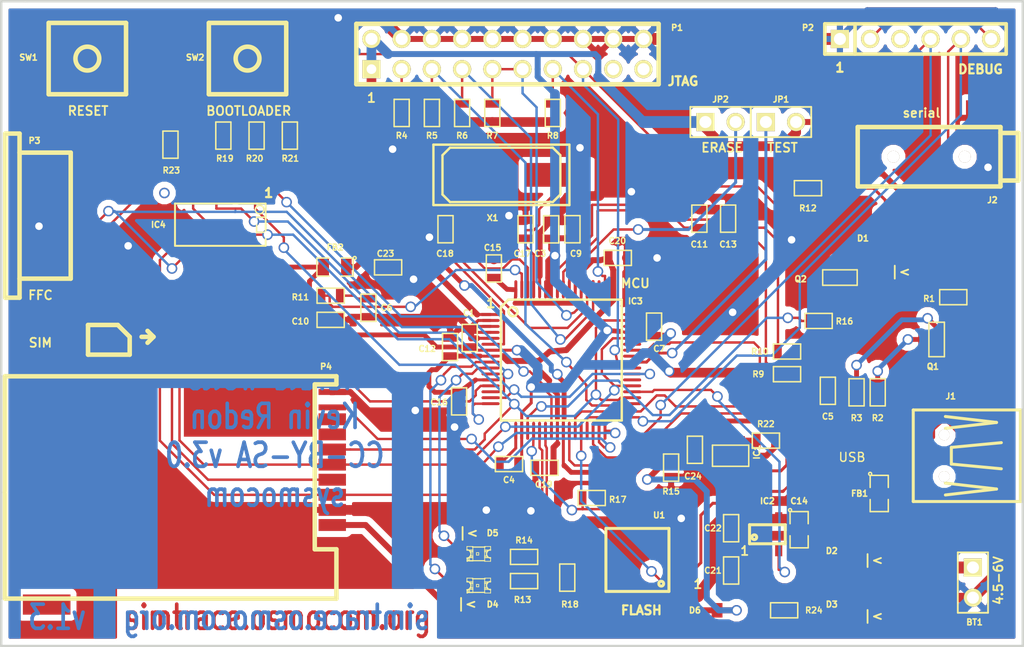
<source format=kicad_pcb>
(kicad_pcb (version 3) (host pcbnew "(2013-may-18)-stable")
  (title_block (title SIMtrace) (rev 1.3) (company osmocom) (comment 1 "CC-BY-SA v3.0 unported"))
  (layers (15 Front signal) (0 Back signal) (18 B.Paste user) (19 F.Paste user) (20 B.SilkS user) (21 F.SilkS user) (22 B.Mask user) (23 F.Mask user) (28 Edge.Cuts user))
  (net 0 "")
  (net 1 +1.8V)
  (net 2 //RESET)
  (net 3 /A-B-DETECT)
  (net 4 /BOOTLOADER)
  (net 5 /CLK_PHONE)
  (net 6 /CLK_SIM)
  (net 7 /CS)
  (net 8 /DDM)
  (net 9 /DDP)
  (net 10 /DRXD)
  (net 11 /DTXD)
  (net 12 /I/O_PHONE)
  (net 13 /I/O_SIM)
  (net 14 /I/O_SW)
  (net 15 /LED_G)
  (net 16 /LED_R)
  (net 17 /MISO)
  (net 18 /MOSI)
  (net 19 /RST_PHONE)
  (net 20 /RST_SIM)
  (net 21 /SCK)
  (net 22 /SC_SW)
  (net 23 /SIM_PWEN)
  (net 24 /SW_SIM)
  (net 25 /TCK)
  (net 26 /TDI)
  (net 27 /TDO)
  (net 28 /TEST)
  (net 29 /TMS)
  (net 30 /UDP_PUP)
  (net 31 /USBVCC)
  (net 32 /VCC_FWD)
  (net 33 /VCC_PHONE)
  (net 34 /VCC_SIM)
  (net 35 /VPP_PHONE)
  (net 36 /VPP_SIM)
  (net 37 /WP)
  (net 38 3V3)
  (net 39 GND)
  (net 40 N-0000015)
  (net 41 N-0000019)
  (net 42 N-0000021)
  (net 43 N-0000026)
  (net 44 N-0000029)
  (net 45 N-0000031)
  (net 46 N-0000034)
  (net 47 N-0000036)
  (net 48 N-0000037)
  (net 49 N-0000038)
  (net 50 N-0000043)
  (net 51 N-0000044)
  (net 52 N-0000051)
  (net 53 N-0000053)
  (net 54 N-0000054)
  (net 55 N-0000059)
  (net 56 N-0000061)
  (net 57 N-0000062)
  (net 58 N-0000064)
  (net 59 N-0000065)
  (net 60 N-0000069)
  (net 61 N-000009)
  (module SM0603 (layer Front) (at 86.32698 130.556)
    (fp_text reference R17 (at 2.19202 0.127) (layer F.SilkS) (effects (font (size 0.5 0.5) (thickness 0.1143))))
    (fp_text value 10K hide)
    (pad 1 smd rect (at -0.762 0) (size 0.635 1.143) (layers Front F.Paste F.Mask) (net 37 /WP))
    (pad 2 smd rect (at 0.762 0) (size 0.635 1.143) (layers Front F.Paste F.Mask) (net 39 GND))
  )
  (module SM0603 (layer Front) (at 105.3973 115.66398 180)
    (fp_text reference R16 (at -2.1717 -0.03302 180) (layer F.SilkS) (effects (font (size 0.5 0.5) (thickness 0.1143))))
    (fp_text value 10K hide)
    (pad 1 smd rect (at -0.762 0 180) (size 0.635 1.143) (layers Front F.Paste F.Mask) (net 40 N-0000015))
    (pad 2 smd rect (at 0.762 0 180) (size 0.635 1.143) (layers Front F.Paste F.Mask) (net 43 N-0000026))
  )
  (module SM0603 (layer Front) (at 80.645 135.509 180)
    (fp_text reference R14 (at 0 1.397 180) (layer F.SilkS) (effects (font (size 0.5 0.5) (thickness 0.1143))))
    (fp_text value 150R hide)
    (pad 1 smd rect (at -0.762 0 180) (size 0.635 1.143) (layers Front F.Paste F.Mask) (net 38 3V3))
    (pad 2 smd rect (at 0.762 0 180) (size 0.635 1.143) (layers Front F.Paste F.Mask) (net 53 N-0000053))
  )
  (module SM0603 (layer Front) (at 80.645 137.541 180)
    (fp_text reference R13 (at 0.127 -1.57226 180) (layer F.SilkS) (effects (font (size 0.5 0.5) (thickness 0.1143))))
    (fp_text value 150R hide)
    (pad 1 smd rect (at -0.762 0 180) (size 0.635 1.143) (layers Front F.Paste F.Mask) (net 38 3V3))
    (pad 2 smd rect (at 0.762 0 180) (size 0.635 1.143) (layers Front F.Paste F.Mask) (net 54 N-0000054))
  )
  (module SM0603 (layer Front) (at 104.5 104.5)
    (fp_text reference R12 (at -0.00068 1.68182) (layer F.SilkS) (effects (font (size 0.5 0.5) (thickness 0.1143))))
    (fp_text value 100K hide)
    (pad 1 smd rect (at -0.762 0) (size 0.635 1.143) (layers Front F.Paste F.Mask) (net 38 3V3))
    (pad 2 smd rect (at 0.762 0) (size 0.635 1.143) (layers Front F.Paste F.Mask) (net 2 //RESET))
  )
  (module SM0603 (layer Front) (at 64.389 113.538)
    (fp_text reference R11 (at -2.54 0.127) (layer F.SilkS) (effects (font (size 0.5 0.5) (thickness 0.1143))))
    (fp_text value 1K5 hide)
    (pad 1 smd rect (at -0.762 0) (size 0.635 1.143) (layers Front F.Paste F.Mask) (net 52 N-0000051))
    (pad 2 smd rect (at 0.762 0) (size 0.635 1.143) (layers Front F.Paste F.Mask) (net 50 N-0000043))
  )
  (module SM0603 (layer Front) (at 102.743 118.237)
    (fp_text reference R10 (at -2.286 0) (layer F.SilkS) (effects (font (size 0.5 0.5) (thickness 0.1143))))
    (fp_text value 27R hide)
    (pad 1 smd rect (at -0.762 0) (size 0.635 1.143) (layers Front F.Paste F.Mask) (net 9 /DDP))
    (pad 2 smd rect (at 0.762 0) (size 0.635 1.143) (layers Front F.Paste F.Mask) (net 60 N-0000069))
  )
  (module SM0603 (layer Front) (at 102.743 120.142)
    (fp_text reference R9 (at -2.413 0) (layer F.SilkS) (effects (font (size 0.5 0.5) (thickness 0.1143))))
    (fp_text value 27R hide)
    (pad 1 smd rect (at -0.762 0) (size 0.635 1.143) (layers Front F.Paste F.Mask) (net 8 /DDM))
    (pad 2 smd rect (at 0.762 0) (size 0.635 1.143) (layers Front F.Paste F.Mask) (net 56 N-0000061))
  )
  (module SM0603 (layer Front) (at 83.058 98.171 270)
    (fp_text reference R8 (at 1.905 0 360) (layer F.SilkS) (effects (font (size 0.5 0.5) (thickness 0.1143))))
    (fp_text value 100K hide)
    (pad 1 smd rect (at -0.762 0 270) (size 0.635 1.143) (layers Front F.Paste F.Mask) (net 27 /TDO))
    (pad 2 smd rect (at 0.762 0 270) (size 0.635 1.143) (layers Front F.Paste F.Mask) (net 38 3V3))
  )
  (module SM0603 (layer Front) (at 77.978 98.171 270)
    (fp_text reference R7 (at 1.905 0 360) (layer F.SilkS) (effects (font (size 0.5 0.5) (thickness 0.1143))))
    (fp_text value 100K hide)
    (pad 1 smd rect (at -0.762 0 270) (size 0.635 1.143) (layers Front F.Paste F.Mask) (net 25 /TCK))
    (pad 2 smd rect (at 0.762 0 270) (size 0.635 1.143) (layers Front F.Paste F.Mask) (net 38 3V3))
  )
  (module SM0603 (layer Front) (at 75.438 98.171 270)
    (fp_text reference R6 (at 1.905 0 360) (layer F.SilkS) (effects (font (size 0.5 0.5) (thickness 0.1143))))
    (fp_text value 100K hide)
    (pad 1 smd rect (at -0.762 0 270) (size 0.635 1.143) (layers Front F.Paste F.Mask) (net 29 /TMS))
    (pad 2 smd rect (at 0.762 0 270) (size 0.635 1.143) (layers Front F.Paste F.Mask) (net 38 3V3))
  )
  (module SM0603 (layer Front) (at 72.898 98.171 270)
    (fp_text reference R5 (at 1.905 0 360) (layer F.SilkS) (effects (font (size 0.5 0.5) (thickness 0.1143))))
    (fp_text value 100K hide)
    (pad 1 smd rect (at -0.762 0 270) (size 0.635 1.143) (layers Front F.Paste F.Mask) (net 26 /TDI))
    (pad 2 smd rect (at 0.762 0 270) (size 0.635 1.143) (layers Front F.Paste F.Mask) (net 38 3V3))
  )
  (module SM0603 (layer Front) (at 70.358 98.171 270)
    (fp_text reference R4 (at 1.905 0 360) (layer F.SilkS) (effects (font (size 0.5 0.5) (thickness 0.1143))))
    (fp_text value 100K hide)
    (pad 1 smd rect (at -0.762 0 270) (size 0.635 1.143) (layers Front F.Paste F.Mask) (net 51 N-0000044))
    (pad 2 smd rect (at 0.762 0 270) (size 0.635 1.143) (layers Front F.Paste F.Mask) (net 38 3V3))
  )
  (module SM0603 (layer Front) (at 108.585 121.666 90)
    (fp_text reference R3 (at -2.159 0 180) (layer F.SilkS) (effects (font (size 0.5 0.5) (thickness 0.1143))))
    (fp_text value 1K5 hide)
    (pad 1 smd rect (at -0.762 0 90) (size 0.635 1.143) (layers Front F.Paste F.Mask) (net 60 N-0000069))
    (pad 2 smd rect (at 0.762 0 90) (size 0.635 1.143) (layers Front F.Paste F.Mask) (net 42 N-0000021))
  )
  (module SM0603 (layer Front) (at 110.363 121.666 90)
    (fp_text reference R2 (at -2.159 0 180) (layer F.SilkS) (effects (font (size 0.5 0.5) (thickness 0.1143))))
    (fp_text value 10K hide)
    (pad 1 smd rect (at -0.762 0 90) (size 0.635 1.143) (layers Front F.Paste F.Mask) (net 3 /A-B-DETECT))
    (pad 2 smd rect (at 0.762 0 90) (size 0.635 1.143) (layers Front F.Paste F.Mask) (net 38 3V3))
  )
  (module SM0603 (layer Front) (at 116.713 113.665 180)
    (fp_text reference R1 (at 2.032 -0.127 180) (layer F.SilkS) (effects (font (size 0.5 0.5) (thickness 0.1143))))
    (fp_text value 100K hide)
    (pad 1 smd rect (at -0.762 0 180) (size 0.635 1.143) (layers Front F.Paste F.Mask) (net 38 3V3))
    (pad 2 smd rect (at 0.762 0 180) (size 0.635 1.143) (layers Front F.Paste F.Mask) (net 30 /UDP_PUP))
  )
  (module SM0603 (layer Front) (at 69.21754 111.15802 180)
    (fp_text reference C23 (at 0.21754 1.15802 180) (layer F.SilkS) (effects (font (size 0.5 0.5) (thickness 0.1143))))
    (fp_text value 100nF hide)
    (pad 1 smd rect (at -0.762 0 180) (size 0.635 1.143) (layers Front F.Paste F.Mask) (net 58 N-0000064))
    (pad 2 smd rect (at 0.762 0 180) (size 0.635 1.143) (layers Front F.Paste F.Mask) (net 39 GND))
  )
  (module SM0603 (layer Front) (at 98.044 133.096 270)
    (fp_text reference C22 (at 0 1.524 360) (layer F.SilkS) (effects (font (size 0.5 0.5) (thickness 0.1143))))
    (fp_text value 1uF hide)
    (pad 1 smd rect (at -0.762 0 270) (size 0.635 1.143) (layers Front F.Paste F.Mask) (net 38 3V3))
    (pad 2 smd rect (at 0.762 0 270) (size 0.635 1.143) (layers Front F.Paste F.Mask) (net 39 GND))
  )
  (module SM0603 (layer Front) (at 98.044 136.652 90)
    (fp_text reference C21 (at 0 -1.524 180) (layer F.SilkS) (effects (font (size 0.5 0.5) (thickness 0.1143))))
    (fp_text value 1uF hide)
    (pad 1 smd rect (at -0.762 0 90) (size 0.635 1.143) (layers Front F.Paste F.Mask) (net 41 N-0000019))
    (pad 2 smd rect (at 0.762 0 90) (size 0.635 1.143) (layers Front F.Paste F.Mask) (net 39 GND))
  )
  (module SM0603 (layer Front) (at 88.519 110.363)
    (fp_text reference C20 (at -0.0381 -1.4351) (layer F.SilkS) (effects (font (size 0.5 0.5) (thickness 0.1143))))
    (fp_text value 100nF hide)
    (pad 1 smd rect (at -0.762 0) (size 0.635 1.143) (layers Front F.Paste F.Mask) (net 1 +1.8V))
    (pad 2 smd rect (at 0.762 0) (size 0.635 1.143) (layers Front F.Paste F.Mask) (net 39 GND))
  )
  (module SM0603 (layer Front) (at 82.3595 128.016 180)
    (fp_text reference C19 (at 0.0635 -1.397 180) (layer F.SilkS) (effects (font (size 0.5 0.5) (thickness 0.1143))))
    (fp_text value 100nF hide)
    (pad 1 smd rect (at -0.762 0 180) (size 0.635 1.143) (layers Front F.Paste F.Mask) (net 1 +1.8V))
    (pad 2 smd rect (at 0.762 0 180) (size 0.635 1.143) (layers Front F.Paste F.Mask) (net 39 GND))
  )
  (module SM0603 (layer Front) (at 74.041 107.95 270)
    (fp_text reference C18 (at 2.05 0.041 360) (layer F.SilkS) (effects (font (size 0.5 0.5) (thickness 0.1143))))
    (fp_text value 10pF hide)
    (pad 1 smd rect (at -0.762 0 270) (size 0.635 1.143) (layers Front F.Paste F.Mask) (net 49 N-0000038))
    (pad 2 smd rect (at 0.762 0 270) (size 0.635 1.143) (layers Front F.Paste F.Mask) (net 39 GND))
  )
  (module SM0603 (layer Front) (at 80.772 107.95 90)
    (fp_text reference C17 (at -2.05 -0.272 180) (layer F.SilkS) (effects (font (size 0.5 0.5) (thickness 0.1143))))
    (fp_text value 10pF hide)
    (pad 1 smd rect (at -0.762 0 90) (size 0.635 1.143) (layers Front F.Paste F.Mask) (net 48 N-0000037))
    (pad 2 smd rect (at 0.762 0 90) (size 0.635 1.143) (layers Front F.Paste F.Mask) (net 39 GND))
  )
  (module SM0603 (layer Front) (at 75.184 122.428 270)
    (fp_text reference C16 (at 0.072 1.684 360) (layer F.SilkS) (effects (font (size 0.5 0.5) (thickness 0.1143))))
    (fp_text value 100nF hide)
    (pad 1 smd rect (at -0.762 0 270) (size 0.635 1.143) (layers Front F.Paste F.Mask) (net 1 +1.8V))
    (pad 2 smd rect (at 0.762 0 270) (size 0.635 1.143) (layers Front F.Paste F.Mask) (net 39 GND))
  )
  (module SM0603 (layer Front) (at 78.105 111.252 90)
    (fp_text reference C15 (at 1.752 -0.105 180) (layer F.SilkS) (effects (font (size 0.5 0.5) (thickness 0.1143))))
    (fp_text value 100nF hide)
    (pad 1 smd rect (at -0.762 0 90) (size 0.635 1.143) (layers Front F.Paste F.Mask) (net 1 +1.8V))
    (pad 2 smd rect (at 0.762 0 90) (size 0.635 1.143) (layers Front F.Paste F.Mask) (net 39 GND))
  )
  (module SM0603 (layer Front) (at 97.79 107.061 90)
    (fp_text reference C13 (at -2.159 0 180) (layer F.SilkS) (effects (font (size 0.5 0.5) (thickness 0.1143))))
    (fp_text value 15pF hide)
    (pad 1 smd rect (at -0.762 0 90) (size 0.635 1.143) (layers Front F.Paste F.Mask) (net 9 /DDP))
    (pad 2 smd rect (at 0.762 0 90) (size 0.635 1.143) (layers Front F.Paste F.Mask) (net 39 GND))
  )
  (module SM0603 (layer Front) (at 74.422 117.856 90)
    (fp_text reference C12 (at -0.144 -1.922 180) (layer F.SilkS) (effects (font (size 0.5 0.5) (thickness 0.1143))))
    (fp_text value 2.2uF hide)
    (pad 1 smd rect (at -0.762 0 90) (size 0.635 1.143) (layers Front F.Paste F.Mask) (net 1 +1.8V))
    (pad 2 smd rect (at 0.762 0 90) (size 0.635 1.143) (layers Front F.Paste F.Mask) (net 39 GND))
  )
  (module SM0603 (layer Front) (at 95.377 107.061 90)
    (fp_text reference C11 (at -2.159 0 180) (layer F.SilkS) (effects (font (size 0.5 0.5) (thickness 0.1143))))
    (fp_text value 15pF hide)
    (pad 1 smd rect (at -0.762 0 90) (size 0.635 1.143) (layers Front F.Paste F.Mask) (net 8 /DDM))
    (pad 2 smd rect (at 0.762 0 90) (size 0.635 1.143) (layers Front F.Paste F.Mask) (net 39 GND))
  )
  (module SM0603 (layer Front) (at 64.389 115.57 180)
    (fp_text reference C10 (at 2.54 -0.127 180) (layer F.SilkS) (effects (font (size 0.5 0.5) (thickness 0.1143))))
    (fp_text value 1nF hide)
    (pad 1 smd rect (at -0.762 0 180) (size 0.635 1.143) (layers Front F.Paste F.Mask) (net 39 GND))
    (pad 2 smd rect (at 0.762 0 180) (size 0.635 1.143) (layers Front F.Paste F.Mask) (net 52 N-0000051))
  )
  (module SM0603 (layer Front) (at 84.709 107.95 90)
    (fp_text reference C9 (at -2.05 0.291 180) (layer F.SilkS) (effects (font (size 0.5 0.5) (thickness 0.1143))))
    (fp_text value 100nF hide)
    (pad 1 smd rect (at -0.762 0 90) (size 0.635 1.143) (layers Front F.Paste F.Mask) (net 38 3V3))
    (pad 2 smd rect (at 0.762 0 90) (size 0.635 1.143) (layers Front F.Paste F.Mask) (net 39 GND))
  )
  (module SM0603 (layer Front) (at 91.567 116.1415 90)
    (fp_text reference C7 (at -1.8585 0.433 180) (layer F.SilkS) (effects (font (size 0.5 0.5) (thickness 0.1143))))
    (fp_text value 100nF hide)
    (pad 1 smd rect (at -0.762 0 90) (size 0.635 1.143) (layers Front F.Paste F.Mask) (net 38 3V3))
    (pad 2 smd rect (at 0.762 0 90) (size 0.635 1.143) (layers Front F.Paste F.Mask) (net 39 GND))
  )
  (module SM0603 (layer Front) (at 67.564 114.554 90)
    (fp_text reference C6 (at 0 1.524 180) (layer F.SilkS) (effects (font (size 0.5 0.5) (thickness 0.1143))))
    (fp_text value 10nF hide)
    (pad 1 smd rect (at -0.762 0 90) (size 0.635 1.143) (layers Front F.Paste F.Mask) (net 39 GND))
    (pad 2 smd rect (at 0.762 0 90) (size 0.635 1.143) (layers Front F.Paste F.Mask) (net 50 N-0000043))
  )
  (module SM0603 (layer Front) (at 106.172 121.539 90)
    (fp_text reference C5 (at -2.159 0 180) (layer F.SilkS) (effects (font (size 0.5 0.5) (thickness 0.1143))))
    (fp_text value 33pF hide)
    (pad 1 smd rect (at -0.762 0 90) (size 0.635 1.143) (layers Front F.Paste F.Mask) (net 56 N-0000061))
    (pad 2 smd rect (at 0.762 0 90) (size 0.635 1.143) (layers Front F.Paste F.Mask) (net 60 N-0000069))
  )
  (module SM0603 (layer Front) (at 79.375 127.6985 180)
    (fp_text reference C4 (at 0 -1.3335 180) (layer F.SilkS) (effects (font (size 0.5 0.5) (thickness 0.1143))))
    (fp_text value 100nF hide)
    (pad 1 smd rect (at -0.762 0 180) (size 0.635 1.143) (layers Front F.Paste F.Mask) (net 38 3V3))
    (pad 2 smd rect (at 0.762 0 180) (size 0.635 1.143) (layers Front F.Paste F.Mask) (net 39 GND))
  )
  (module SM0603 (layer Front) (at 82.92338 107.96016 90)
    (fp_text reference C3 (at -2.03984 -0.92338 180) (layer F.SilkS) (effects (font (size 0.5 0.5) (thickness 0.1143))))
    (fp_text value 100nF hide)
    (pad 1 smd rect (at -0.762 0 90) (size 0.635 1.143) (layers Front F.Paste F.Mask) (net 38 3V3))
    (pad 2 smd rect (at 0.762 0 90) (size 0.635 1.143) (layers Front F.Paste F.Mask) (net 39 GND))
  )
  (module SM0603 (layer Front) (at 76.073 117.094 90)
    (fp_text reference C1 (at 2.094 -0.073 180) (layer F.SilkS) (effects (font (size 0.5 0.5) (thickness 0.1143))))
    (fp_text value 2.2uF hide)
    (pad 1 smd rect (at -0.762 0 90) (size 0.635 1.143) (layers Front F.Paste F.Mask) (net 38 3V3))
    (pad 2 smd rect (at 0.762 0 90) (size 0.635 1.143) (layers Front F.Paste F.Mask) (net 39 GND))
  )
  (module SM0805 (layer Front) (at 64.7573 111.13262 180)
    (fp_text reference FB2 (at -0.0127 1.65862 180) (layer F.SilkS) (effects (font (size 0.5 0.5) (thickness 0.125))))
    (fp_text value FILTER hide)
    (pad 1 smd rect (at -0.9525 0 180) (size 0.889 1.397) (layers Front F.Paste F.Mask) (net 58 N-0000064))
    (pad 2 smd rect (at 0.9525 0 180) (size 0.889 1.397) (layers Front F.Paste F.Mask) (net 38 3V3))
  )
  (module SM0805 (layer Front) (at 110.49 130.175 270)
    (fp_text reference FB1 (at 0 1.651 360) (layer F.SilkS) (effects (font (size 0.5 0.5) (thickness 0.125))))
    (fp_text value FILTER hide)
    (pad 1 smd rect (at -0.9525 0 270) (size 0.889 1.397) (layers Front F.Paste F.Mask) (net 57 N-0000062))
    (pad 2 smd rect (at 0.9525 0 270) (size 0.889 1.397) (layers Front F.Paste F.Mask) (net 31 /USBVCC))
  )
  (module TQFP_64 (layer Front) (at 83.693 118.872 270)
    (fp_text reference IC3 (at -4.872 -6.307 360) (layer F.SilkS) (effects (font (size 0.5 0.5) (thickness 0.125))))
    (fp_text value MCU (at -6.372 -6.307 360) (layer F.SilkS) (effects (font (size 0.75 0.75) (thickness 0.1524))))
    (pad 1 smd rect (at -3.74904 5.86994 270) (size 0.24892 1.524) (layers Front F.Paste F.Mask) (net 58 N-0000064))
    (pad 2 smd oval (at -3.24866 5.86994 270) (size 0.24892 1.524) (layers Front F.Paste F.Mask) (net 39 GND))
    (pad 3 smd oval (at -2.74828 5.86994 270) (size 0.24892 1.524) (layers Front F.Paste F.Mask) (net 39 GND))
    (pad 4 smd oval (at -2.2479 5.86994 270) (size 0.24892 1.524) (layers Front F.Paste F.Mask) (net 39 GND))
    (pad 5 smd oval (at -1.74752 5.86994 270) (size 0.24892 1.524) (layers Front F.Paste F.Mask) (net 39 GND))
    (pad 6 smd oval (at -1.24968 5.86994 270) (size 0.24892 1.524) (layers Front F.Paste F.Mask) (net 59 N-0000065))
    (pad 7 smd oval (at -0.7493 5.86994 270) (size 0.24892 1.524) (layers Front F.Paste F.Mask) (net 38 3V3))
    (pad 8 smd oval (at -0.24892 5.86994 270) (size 0.24892 1.524) (layers Front F.Paste F.Mask) (net 1 +1.8V))
    (pad 9 smd oval (at 0.25146 5.86994 270) (size 0.24892 1.524) (layers Front F.Paste F.Mask) (net 16 /LED_R))
    (pad 10 smd oval (at 0.75184 5.86994 270) (size 0.24892 1.524) (layers Front F.Paste F.Mask) (net 15 /LED_G))
    (pad 11 smd oval (at 1.25222 5.86994 270) (size 0.24892 1.524) (layers Front F.Paste F.Mask) (net 12 /I/O_PHONE))
    (pad 12 smd oval (at 1.75006 5.86994 270) (size 0.24892 1.524) (layers Front F.Paste F.Mask) (net 1 +1.8V))
    (pad 13 smd oval (at 2.25044 5.86994 270) (size 0.24892 1.524) (layers Front F.Paste F.Mask) (net 14 /I/O_SW))
    (pad 14 smd oval (at 2.75082 5.86994 270) (size 0.24892 1.524) (layers Front F.Paste F.Mask) (net 12 /I/O_PHONE))
    (pad 15 smd oval (at 3.2512 5.86994 270) (size 0.24892 1.524) (layers Front F.Paste F.Mask) (net 5 /CLK_PHONE))
    (pad 16 smd oval (at 3.75158 5.86994 270) (size 0.24892 1.524) (layers Front F.Paste F.Mask) (net 22 /SC_SW))
    (pad 17 smd oval (at 6.0325 3.74904 270) (size 1.524 0.24892) (layers Front F.Paste F.Mask) (net 39 GND))
    (pad 18 smd oval (at 6.0325 3.24866 270) (size 1.524 0.24892) (layers Front F.Paste F.Mask) (net 38 3V3))
    (pad 19 smd oval (at 6.0325 2.74828 270) (size 1.524 0.24892) (layers Front F.Paste F.Mask) (net 43 N-0000026))
    (pad 20 smd oval (at 6.0325 2.2479 270) (size 1.524 0.24892) (layers Front F.Paste F.Mask) (net 37 /WP))
    (pad 21 smd oval (at 6.0325 1.74752 270) (size 1.524 0.24892) (layers Front F.Paste F.Mask) (net 21 /SCK))
    (pad 22 smd oval (at 6.0325 1.24968 270) (size 1.524 0.24892) (layers Front F.Paste F.Mask) (net 18 /MOSI))
    (pad 23 smd oval (at 6.0325 0.7493 270) (size 1.524 0.24892) (layers Front F.Paste F.Mask) (net 19 /RST_PHONE))
    (pad 24 smd oval (at 6.0325 0.24892 270) (size 1.524 0.24892) (layers Front F.Paste F.Mask) (net 1 +1.8V))
    (pad 25 smd oval (at 6.0325 -0.25146 270) (size 1.524 0.24892) (layers Front F.Paste F.Mask) (net 33 /VCC_PHONE))
    (pad 26 smd oval (at 6.0325 -0.75184 270) (size 1.524 0.24892) (layers Front F.Paste F.Mask) (net 32 /VCC_FWD))
    (pad 27 smd oval (at 6.0325 -1.25222 270) (size 1.524 0.24892) (layers Front F.Paste F.Mask) (net 17 /MISO))
    (pad 28 smd oval (at 6.0325 -1.75006 270) (size 1.524 0.24892) (layers Front F.Paste F.Mask) (net 7 /CS))
    (pad 29 smd oval (at 6.0325 -2.25044 270) (size 1.524 0.24892) (layers Front F.Paste F.Mask) (net 11 /DTXD))
    (pad 30 smd oval (at 6.0325 -2.75082 270) (size 1.524 0.24892) (layers Front F.Paste F.Mask) (net 10 /DRXD))
    (pad 31 smd oval (at 6.0325 -3.2512 270) (size 1.524 0.24892) (layers Front F.Paste F.Mask) (net 24 /SW_SIM))
    (pad 32 smd oval (at 6.0325 -3.75158 270) (size 1.524 0.24892) (layers Front F.Paste F.Mask) (net 20 /RST_SIM))
    (pad 33 smd oval (at 3.75158 -6.0325 270) (size 0.24892 1.524) (layers Front F.Paste F.Mask) (net 26 /TDI))
    (pad 34 smd oval (at 3.2512 -6.0325 270) (size 0.24892 1.524) (layers Front F.Paste F.Mask) (net 13 /I/O_SIM))
    (pad 35 smd oval (at 2.75082 -6.0325 270) (size 0.24892 1.524) (layers Front F.Paste F.Mask) (net 23 /SIM_PWEN))
    (pad 36 smd oval (at 2.25044 -6.0325 270) (size 0.24892 1.524) (layers Front F.Paste F.Mask) (net 6 /CLK_SIM))
    (pad 37 smd oval (at 1.75006 -6.0325 270) (size 0.24892 1.524) (layers Front F.Paste F.Mask))
    (pad 38 smd oval (at 1.25222 -6.0325 270) (size 0.24892 1.524) (layers Front F.Paste F.Mask) (net 5 /CLK_PHONE))
    (pad 39 smd oval (at 0.75184 -6.0325 270) (size 0.24892 1.524) (layers Front F.Paste F.Mask) (net 2 //RESET))
    (pad 40 smd oval (at 0.25146 -6.0325 270) (size 0.24892 1.524) (layers Front F.Paste F.Mask) (net 28 /TEST))
    (pad 41 smd oval (at -0.24892 -6.0325 270) (size 0.24892 1.524) (layers Front F.Paste F.Mask) (net 3 /A-B-DETECT))
    (pad 42 smd oval (at -0.7493 -6.0325 270) (size 0.24892 1.524) (layers Front F.Paste F.Mask))
    (pad 43 smd oval (at -1.24968 -6.0325 270) (size 0.24892 1.524) (layers Front F.Paste F.Mask))
    (pad 44 smd oval (at -1.74752 -6.0325 270) (size 0.24892 1.524) (layers Front F.Paste F.Mask) (net 6 /CLK_SIM))
    (pad 45 smd oval (at -2.2479 -6.0325 270) (size 0.24892 1.524) (layers Front F.Paste F.Mask) (net 38 3V3))
    (pad 46 smd oval (at -2.74828 -6.0325 270) (size 0.24892 1.524) (layers Front F.Paste F.Mask) (net 39 GND))
    (pad 47 smd oval (at -3.24866 -6.0325 270) (size 0.24892 1.524) (layers Front F.Paste F.Mask) (net 13 /I/O_SIM))
    (pad 48 smd oval (at -3.74904 -6.0325 270) (size 0.24892 1.524) (layers Front F.Paste F.Mask))
    (pad 49 smd oval (at -5.86994 -3.75158 270) (size 1.524 0.24892) (layers Front F.Paste F.Mask) (net 27 /TDO))
    (pad 50 smd oval (at -5.86994 -3.2512 270) (size 1.524 0.24892) (layers Front F.Paste F.Mask))
    (pad 52 smd oval (at -5.86994 -2.25044 270) (size 1.524 0.24892) (layers Front F.Paste F.Mask) (net 4 /BOOTLOADER))
    (pad 51 smd oval (at -5.88772 -2.75082 270) (size 1.524 0.24892) (layers Front F.Paste F.Mask) (net 29 /TMS))
    (pad 53 smd oval (at -5.86994 -1.75006 270) (size 1.524 0.24892) (layers Front F.Paste F.Mask) (net 25 /TCK))
    (pad 54 smd oval (at -5.86994 -1.25222 270) (size 1.524 0.24892) (layers Front F.Paste F.Mask) (net 1 +1.8V))
    (pad 55 smd oval (at -5.86994 -0.75184 270) (size 1.524 0.24892) (layers Front F.Paste F.Mask) (net 47 N-0000036))
    (pad 56 smd oval (at -5.86994 -0.25146 270) (size 1.524 0.24892) (layers Front F.Paste F.Mask) (net 8 /DDM))
    (pad 57 smd oval (at -5.86994 0.24892 270) (size 1.524 0.24892) (layers Front F.Paste F.Mask) (net 9 /DDP))
    (pad 58 smd oval (at -5.86994 0.7493 270) (size 1.524 0.24892) (layers Front F.Paste F.Mask) (net 38 3V3))
    (pad 59 smd oval (at -5.86994 1.24206 270) (size 1.524 0.24892) (layers Front F.Paste F.Mask) (net 38 3V3))
    (pad 60 smd oval (at -5.86994 1.74244 270) (size 1.524 0.24892) (layers Front F.Paste F.Mask) (net 39 GND))
    (pad 61 smd oval (at -5.86994 2.24282 270) (size 1.524 0.24892) (layers Front F.Paste F.Mask) (net 48 N-0000037))
    (pad 62 smd oval (at -5.86994 2.7432 270) (size 1.524 0.24892) (layers Front F.Paste F.Mask) (net 49 N-0000038))
    (pad 63 smd oval (at -5.86994 3.24104 270) (size 1.524 0.24892) (layers Front F.Paste F.Mask) (net 52 N-0000051))
    (pad 64 smd oval (at -5.86994 3.74142 270) (size 1.524 0.24892) (layers Front F.Paste F.Mask) (net 1 +1.8V))
  )
  (module PIN_ARRAY-6X1 (layer Front) (at 113.538 91.948)
    (fp_text reference P2 (at -9.038 -0.948) (layer F.SilkS) (effects (font (size 0.5 0.5) (thickness 0.125))))
    (fp_text value DEBUG (at 5.462 2.552) (layer F.SilkS) (effects (font (size 0.75 0.75) (thickness 0.1875))))
    (pad 1 thru_hole rect (at -6.35 0) (size 1.524 1.524) (drill 1.016) (layers *.Cu *.Mask F.SilkS) (net 39 GND))
    (pad 2 thru_hole circle (at -3.81 0) (size 1.524 1.524) (drill 1.016) (layers *.Cu *.Mask F.SilkS) (net 44 N-0000029))
    (pad 3 thru_hole circle (at -1.27 0) (size 1.524 1.524) (drill 1.016) (layers *.Cu *.Mask F.SilkS))
    (pad 4 thru_hole circle (at 1.27 0) (size 1.524 1.524) (drill 1.016) (layers *.Cu *.Mask F.SilkS) (net 10 /DRXD))
    (pad 5 thru_hole circle (at 3.81 0) (size 1.524 1.524) (drill 1.016) (layers *.Cu *.Mask F.SilkS) (net 11 /DTXD))
    (pad 6 thru_hole circle (at 6.35 0) (size 1.524 1.524) (drill 1.016) (layers *.Cu *.Mask F.SilkS) (net 44 N-0000029))
  )
  (module SOT23_BC847 (layer Front) (at 107.188 112.014)
    (fp_text reference Q2 (at -3.302 0.127) (layer F.SilkS) (effects (font (size 0.5 0.5) (thickness 0.125))))
    (fp_text value BC847 hide)
    (pad 1 smd rect (at -1.00076 1.09982) (size 0.8001 0.89916) (layers Front F.Paste F.Mask) (net 40 N-0000015))
    (pad 2 smd rect (at 1.00076 1.09982) (size 0.8001 0.89916) (layers Front F.Paste F.Mask) (net 39 GND))
    (pad 3 smd rect (at 0 -1.09982) (size 0.8001 0.89916) (layers Front F.Paste F.Mask) (net 30 /UDP_PUP))
  )
  (module SOT23_BC847 (layer Front) (at 115.316 117.221 90)
    (fp_text reference Q1 (at -2.279 -0.316 180) (layer F.SilkS) (effects (font (size 0.5 0.5) (thickness 0.125))))
    (fp_text value BC847 hide)
    (pad 1 smd rect (at -1.00076 1.09982 90) (size 0.8001 0.89916) (layers Front F.Paste F.Mask) (net 30 /UDP_PUP))
    (pad 2 smd rect (at 1.00076 1.09982 90) (size 0.8001 0.89916) (layers Front F.Paste F.Mask) (net 42 N-0000021))
    (pad 3 smd rect (at 0 -1.09982 90) (size 0.8001 0.89916) (layers Front F.Paste F.Mask) (net 38 3V3))
  )
  (module PUSH_BUTTON (layer Front) (at 43.942 93.599 180)
    (fp_text reference SW1 (at 4.942 0.099 180) (layer F.SilkS) (effects (font (size 0.5 0.5) (thickness 0.125))))
    (fp_text value RESET (at -0.058 -4.401 180) (layer F.SilkS) (effects (font (size 0.75 0.75) (thickness 0.14986))))
    (pad 2 smd rect (at -3.40106 1.99898 180) (size 3.2004 1.00076) (layers Front F.Paste F.Mask) (net 39 GND))
    (pad 1 smd rect (at -3.40106 -1.99898 180) (size 3.2004 1.00076) (layers Front F.Paste F.Mask) (net 2 //RESET))
    (pad 1' smd rect (at 3.40106 -1.99898 180) (size 3.2004 1.00076) (layers Front F.Paste F.Mask))
    (pad 2' smd rect (at 3.40106 1.99898 180) (size 3.2004 1.00076) (layers Front F.Paste F.Mask))
  )
  (module PUSH_BUTTON (layer Front) (at 57.404 93.599 180)
    (fp_text reference SW2 (at 4.404 0.099 180) (layer F.SilkS) (effects (font (size 0.5 0.5) (thickness 0.125))))
    (fp_text value BOOTLOADER (at -0.096 -4.401 180) (layer F.SilkS) (effects (font (size 0.75 0.75) (thickness 0.14986))))
    (pad 2 smd rect (at -3.40106 1.99898 180) (size 3.2004 1.00076) (layers Front F.Paste F.Mask) (net 39 GND))
    (pad 1 smd rect (at -3.40106 -1.99898 180) (size 3.2004 1.00076) (layers Front F.Paste F.Mask) (net 4 /BOOTLOADER))
    (pad 1' smd rect (at 3.40106 -1.99898 180) (size 3.2004 1.00076) (layers Front F.Paste F.Mask))
    (pad 2' smd rect (at 3.40106 1.99898 180) (size 3.2004 1.00076) (layers Front F.Paste F.Mask))
  )
  (module USB-MINI-B_UX60 (layer Front) (at 115.951 127 90)
    (fp_text reference J1 (at 5 0.549 180) (layer F.SilkS) (effects (font (size 0.5 0.5) (thickness 0.125))))
    (fp_text value USB (at -0.127 -7.747 180) (layer F.SilkS) (effects (font (size 0.75 0.75) (thickness 0.1143))))
    (pad "" thru_hole circle (at -1.75006 0 90) (size 0.89916 0.89916) (drill 0.89916) (layers *.Cu *.Mask F.SilkS))
    (pad "" thru_hole circle (at 1.75006 0 90) (size 0.89916 0.89916) (drill 0.89916) (layers *.Cu *.Mask F.SilkS))
    (pad 2 smd rect (at -0.8001 -2.25044 90) (size 0.50038 1.99898) (layers Front F.Paste F.Mask) (net 56 N-0000061))
    (pad 3 smd rect (at 0 -2.25044 90) (size 0.50038 1.99898) (layers Front F.Paste F.Mask) (net 60 N-0000069))
    (pad 4 smd rect (at 0.8001 -2.25044 90) (size 0.50038 1.99898) (layers Front F.Paste F.Mask) (net 3 /A-B-DETECT))
    (pad 5 smd rect (at 1.6002 -2.25044 90) (size 0.50038 1.99898) (layers Front F.Paste F.Mask) (net 39 GND))
    (pad 1 smd rect (at -1.6002 -2.25044 90) (size 0.50038 1.99898) (layers Front F.Paste F.Mask) (net 57 N-0000062))
    (pad "" smd rect (at -4.20116 -1.99898 90) (size 2.49936 2.19964) (layers Front F.Paste F.Mask))
    (pad "" smd rect (at 4.20116 -1.99898 90) (size 2.49936 2.19964) (layers Front F.Paste F.Mask))
    (pad "" smd rect (at -4.20116 3.29946 90) (size 2.49936 2.19964) (layers Front F.Paste F.Mask))
    (pad "" smd rect (at 4.20116 3.29946 90) (size 2.49936 2.19964) (layers Front F.Paste F.Mask))
  )
  (module SIM_AMPHENOL (layer Front) (at 63.373 129.667 180)
    (fp_text reference P4 (at -0.627 10.167 180) (layer F.SilkS) (effects (font (size 0.5 0.5) (thickness 0.125))))
    (fp_text value SIM (at 23.373 12.167 180) (layer F.SilkS) (effects (font (size 0.75 0.75) (thickness 0.14986))))
    (pad C1 smd rect (at -1.15062 -3.15976 180) (size 2.30124 1.00076) (layers Front F.Paste F.Mask) (net 34 /VCC_SIM))
    (pad C5 smd rect (at -1.15062 -1.88976 180) (size 2.30124 1.00076) (layers Front F.Paste F.Mask) (net 39 GND))
    (pad C6 smd rect (at -1.15062 0.65024 180) (size 2.30124 1.00076) (layers Front F.Paste F.Mask) (net 36 /VPP_SIM))
    (pad C2 smd rect (at -1.15062 -0.61976 180) (size 2.30124 1.00076) (layers Front F.Paste F.Mask) (net 20 /RST_SIM))
    (pad C3 smd rect (at -1.15062 1.92024 180) (size 2.30124 1.00076) (layers Front F.Paste F.Mask) (net 6 /CLK_SIM))
    (pad C7 smd rect (at -1.15062 3.19024 180) (size 2.30124 1.00076) (layers Front F.Paste F.Mask) (net 13 /I/O_SIM))
    (pad C4 smd rect (at -1.15062 4.46024 180) (size 2.30124 1.00076) (layers Front F.Paste F.Mask))
    (pad C8 smd rect (at -1.15062 5.73024 180) (size 2.30124 1.00076) (layers Front F.Paste F.Mask) (clearance 0.20066))
    (pad SW1 smd rect (at -1.15062 6.731 180) (size 2.30124 0.50038) (layers Front F.Paste F.Mask) (net 24 /SW_SIM) (clearance 0.20066))
    (pad SW2 smd rect (at -1.15062 8.02894 180) (size 2.30124 0.50038) (layers Front F.Paste F.Mask) (net 39 GND))
    (pad "" smd rect (at 23.35022 0 180) (size 2.99974 1.19888) (layers Front))
    (pad "" smd rect (at 23.35022 5.08 180) (size 2.99974 1.19888) (layers Front))
    (pad "" smd rect (at 23.35022 2.54 180) (size 2.99974 1.19888) (layers Front))
    (pad "" smd rect (at 23.35022 -2.54 180) (size 2.99974 1.19888) (layers Front))
    (pad "" smd rect (at 15.73022 -2.54 180) (size 2.99974 1.19888) (layers Front))
    (pad "" smd rect (at 15.73022 0 180) (size 2.99974 1.19888) (layers Front))
    (pad "" smd rect (at 15.73022 2.54 180) (size 2.99974 1.19888) (layers Front))
    (pad "" smd rect (at 15.73022 5.08 180) (size 2.99974 1.19888) (layers Front))
    (pad "" smd rect (at 5.81914 6.46938 180) (size 11.00074 4.39928) (layers Front))
    (pad "" smd rect (at 22.84984 9.85012 180) (size 4.0005 1.69926) (layers Front F.Paste F.Mask))
    (pad "" smd rect (at 22.84984 -9.85012 180) (size 4.0005 1.69926) (layers Front F.Paste F.Mask))
  )
  (module SSOP20_BDQ (layer Front) (at 55.118 107.569 180)
    (fp_text reference IC4 (at 5.207 0 180) (layer F.SilkS) (effects (font (size 0.5 0.5) (thickness 0.125))))
    (fp_text value CB3Q3244 hide)
    (pad 1 smd rect (at -2.921 2.667 180) (size 0.4064 1.89992) (layers Front F.Paste F.Mask) (net 22 /SC_SW))
    (pad 2 smd rect (at -2.286 2.667 180) (size 0.4064 1.89992) (layers Front F.Paste F.Mask))
    (pad 3 smd rect (at -1.6256 2.667 180) (size 0.4064 1.89992) (layers Front F.Paste F.Mask))
    (pad 4 smd rect (at -0.9652 2.667 180) (size 0.4064 1.89992) (layers Front F.Paste F.Mask) (net 19 /RST_PHONE))
    (pad 5 smd rect (at -0.3302 2.667 180) (size 0.4064 1.89992) (layers Front F.Paste F.Mask))
    (pad 6 smd rect (at 0.3302 2.667 180) (size 0.4064 1.89992) (layers Front F.Paste F.Mask) (net 5 /CLK_PHONE))
    (pad 7 smd rect (at 0.9906 2.667 180) (size 0.4064 1.89992) (layers Front F.Paste F.Mask))
    (pad 8 smd rect (at 1.6256 2.667 180) (size 0.4064 1.89992) (layers Front F.Paste F.Mask) (net 35 /VPP_PHONE))
    (pad 9 smd rect (at 2.286 2.667 180) (size 0.4064 1.89992) (layers Front F.Paste F.Mask) (net 13 /I/O_SIM))
    (pad 10 smd rect (at 2.921 2.667 180) (size 0.4064 1.89992) (layers Front F.Paste F.Mask) (net 39 GND))
    (pad 11 smd rect (at 2.921 -2.667 180) (size 0.4064 1.89992) (layers Front F.Paste F.Mask) (net 12 /I/O_PHONE))
    (pad 12 smd rect (at 2.286 -2.667 180) (size 0.4064 1.89992) (layers Front F.Paste F.Mask) (net 36 /VPP_SIM))
    (pad 13 smd rect (at 1.6256 -2.667 180) (size 0.4064 1.89992) (layers Front F.Paste F.Mask))
    (pad 14 smd rect (at 0.9906 -2.667 180) (size 0.4064 1.89992) (layers Front F.Paste F.Mask) (net 6 /CLK_SIM))
    (pad 15 smd rect (at 0.3302 -2.667 180) (size 0.4064 1.89992) (layers Front F.Paste F.Mask))
    (pad 16 smd rect (at -0.3302 -2.667 180) (size 0.4064 1.89992) (layers Front F.Paste F.Mask) (net 20 /RST_SIM))
    (pad 17 smd rect (at -0.9652 -2.667 180) (size 0.4064 1.89992) (layers Front F.Paste F.Mask))
    (pad 18 smd rect (at -1.6256 -2.667 180) (size 0.4064 1.89992) (layers Front F.Paste F.Mask))
    (pad 19 smd rect (at -2.286 -2.667 180) (size 0.4064 1.89992) (layers Front F.Paste F.Mask) (net 14 /I/O_SW))
    (pad 20 smd rect (at -2.921 -2.667 180) (size 0.4064 1.89992) (layers Front F.Paste F.Mask) (net 38 3V3))
  )
  (module SM0603 (layer Front) (at 100.965 125.73 180)
    (fp_text reference R22 (at 0 1.397 180) (layer F.SilkS) (effects (font (size 0.5 0.5) (thickness 0.1143))))
    (fp_text value 100K hide)
    (pad 1 smd rect (at -0.762 0 180) (size 0.635 1.143) (layers Front F.Paste F.Mask) (net 33 /VCC_PHONE))
    (pad 2 smd rect (at 0.762 0 180) (size 0.635 1.143) (layers Front F.Paste F.Mask) (net 45 N-0000031))
  )
  (module SM0603 (layer Front) (at 60.96 100.076 270)
    (fp_text reference R21 (at 1.924 -0.04 360) (layer F.SilkS) (effects (font (size 0.5 0.5) (thickness 0.1143))))
    (fp_text value 10k1% hide)
    (pad 1 smd rect (at -0.762 0 270) (size 0.635 1.143) (layers Front F.Paste F.Mask) (net 39 GND))
    (pad 2 smd rect (at 0.762 0 270) (size 0.635 1.143) (layers Front F.Paste F.Mask) (net 59 N-0000065))
  )
  (module SM0603 (layer Front) (at 58.166 100.076 90)
    (fp_text reference R20 (at -1.924 -0.166 180) (layer F.SilkS) (effects (font (size 0.5 0.5) (thickness 0.1143))))
    (fp_text value 10k1% hide)
    (pad 1 smd rect (at -0.762 0 90) (size 0.635 1.143) (layers Front F.Paste F.Mask) (net 33 /VCC_PHONE))
    (pad 2 smd rect (at 0.762 0 90) (size 0.635 1.143) (layers Front F.Paste F.Mask) (net 59 N-0000065))
  )
  (module SM0603 (layer Front) (at 55.372 100.076 270)
    (fp_text reference R19 (at 1.924 -0.128 360) (layer F.SilkS) (effects (font (size 0.5 0.5) (thickness 0.1143))))
    (fp_text value 100K hide)
    (pad 1 smd rect (at -0.762 0 270) (size 0.635 1.143) (layers Front F.Paste F.Mask) (net 39 GND))
    (pad 2 smd rect (at 0.762 0 270) (size 0.635 1.143) (layers Front F.Paste F.Mask) (net 33 /VCC_PHONE))
  )
  (module SM0603 (layer Front) (at 95 126.5 270)
    (fp_text reference C24 (at 2.23 0.155 360) (layer F.SilkS) (effects (font (size 0.5 0.5) (thickness 0.1143))))
    (fp_text value 100nF hide)
    (pad 1 smd rect (at -0.762 0 270) (size 0.635 1.143) (layers Front F.Paste F.Mask) (net 34 /VCC_SIM))
    (pad 2 smd rect (at 0.762 0 270) (size 0.635 1.143) (layers Front F.Paste F.Mask) (net 39 GND))
  )
  (module SOT26 (layer Front) (at 101.092 133.604)
    (fp_text reference IC2 (at 0 -2.794) (layer F.SilkS) (effects (font (size 0.5 0.5) (thickness 0.125))))
    (fp_text value AP7332 hide)
    (pad 1 smd rect (at -0.94996 1.30048) (size 0.59944 1.09982) (layers Front F.Paste F.Mask) (net 41 N-0000019))
    (pad 2 smd rect (at 0 1.30048) (size 0.59944 1.09982) (layers Front F.Paste F.Mask) (net 39 GND))
    (pad 3 smd rect (at 0.94996 1.30048) (size 0.59944 1.09982) (layers Front F.Paste F.Mask) (net 23 /SIM_PWEN))
    (pad 6 smd rect (at -0.94996 -1.30048) (size 0.59944 1.09982) (layers Front F.Paste F.Mask) (net 38 3V3))
    (pad 5 smd rect (at 0 -1.30048) (size 0.59944 1.09982) (layers Front F.Paste F.Mask) (net 55 N-0000059))
    (pad 4 smd rect (at 0.94996 -1.30048) (size 0.59944 1.09982) (layers Front F.Paste F.Mask) (net 55 N-0000059))
  )
  (module PIN_ARRAY_2X1 (layer Front) (at 118.364 137.668 270)
    (fp_text reference BT1 (at 3.332 -0.136 360) (layer F.SilkS) (effects (font (size 0.5 0.5) (thickness 0.125))))
    (fp_text value 4.5-6V (at -0.16764 -2.13614 270) (layer F.SilkS) (effects (font (size 0.75 0.75) (thickness 0.1524))))
    (pad 1 thru_hole rect (at -1.27 0 270) (size 1.524 1.524) (drill 1.016) (layers *.Cu *.Mask F.SilkS) (net 46 N-0000034))
    (pad 2 thru_hole circle (at 1.27 0 270) (size 1.524 1.524) (drill 1.016) (layers *.Cu *.Mask F.SilkS) (net 39 GND))
  )
  (module SOC008_WIDE (layer Front) (at 90.17 135.763 270)
    (fp_text reference U1 (at -3.76174 -1.8288 360) (layer F.SilkS) (effects (font (size 0.5 0.5) (thickness 0.125))))
    (fp_text value FLASH (at 4.237 -0.33 360) (layer F.SilkS) (effects (font (size 0.75 0.75) (thickness 0.1875))))
    (pad 4 smd rect (at -1.905 -3.6957 270) (size 0.50038 0.96266) (layers Front F.Paste F.Mask) (net 39 GND))
    (pad 1 smd rect (at 1.905 -3.6957 270) (size 0.50038 0.96266) (layers Front F.Paste F.Mask) (net 7 /CS))
    (pad 2 smd rect (at 0.635 -3.6957 270) (size 0.50038 0.96266) (layers Front F.Paste F.Mask) (net 17 /MISO))
    (pad 3 smd rect (at -0.635 -3.6957 270) (size 0.50038 0.96266) (layers Front F.Paste F.Mask) (net 37 /WP))
    (pad 8 smd rect (at 1.905 3.6957 270) (size 0.50038 0.96266) (layers Front F.Paste F.Mask) (net 38 3V3))
    (pad 7 smd rect (at 0.635 3.6957 270) (size 0.50038 0.96266) (layers Front F.Paste F.Mask) (net 61 N-000009))
    (pad 6 smd rect (at -0.635 3.69316 270) (size 0.50038 0.96266) (layers Front F.Paste F.Mask) (net 21 /SCK))
    (pad 5 smd rect (at -1.905 3.6957 270) (size 0.50038 0.96266) (layers Front F.Paste F.Mask) (net 18 /MOSI))
  )
  (module LED-0805 (layer Front) (at 76.835 135.255 180)
    (fp_text reference D5 (at -1.165 1.755 180) (layer F.SilkS) (effects (font (size 0.5 0.5) (thickness 0.125))))
    (fp_text value GREEN hide)
    (pad 1 smd rect (at -1.04902 0 180) (size 1.19888 1.19888) (layers Front F.Paste F.Mask) (net 53 N-0000053))
    (pad 2 smd rect (at 1.04902 0 180) (size 1.19888 1.19888) (layers Front F.Paste F.Mask) (net 15 /LED_G))
  )
  (module LED-0805 (layer Front) (at 76.835 137.922 180)
    (fp_text reference D4 (at -1.165 -1.578 180) (layer F.SilkS) (effects (font (size 0.5 0.5) (thickness 0.125))))
    (fp_text value RED hide)
    (pad 1 smd rect (at -1.04902 0 180) (size 1.19888 1.19888) (layers Front F.Paste F.Mask) (net 54 N-0000054))
    (pad 2 smd rect (at 1.04902 0 180) (size 1.19888 1.19888) (layers Front F.Paste F.Mask) (net 16 /LED_R))
  )
  (module PIN_ARRAY_10X2 (layer Front) (at 81.788 93.218)
    (fp_text reference P1 (at 11.712 -2.218) (layer F.SilkS) (effects (font (size 0.5 0.5) (thickness 0.125))))
    (fp_text value JTAG (at 12.212 2.282) (layer F.SilkS) (effects (font (size 0.75 0.75) (thickness 0.1875))))
    (pad 1 thru_hole rect (at -13.97 1.27) (size 1.524 1.524) (drill 0.8128) (layers *.Cu *.Mask F.SilkS) (net 38 3V3))
    (pad 2 thru_hole circle (at -13.97 -1.27) (size 1.524 1.524) (drill 1.016) (layers *.Cu *.Mask F.SilkS) (net 38 3V3))
    (pad 3 thru_hole circle (at -11.43 1.27) (size 1.524 1.524) (drill 1.016) (layers *.Cu *.Mask F.SilkS) (net 51 N-0000044))
    (pad 4 thru_hole circle (at -11.43 -1.27) (size 1.524 1.524) (drill 1.016) (layers *.Cu *.Mask F.SilkS) (net 39 GND))
    (pad 5 thru_hole circle (at -8.89 1.27) (size 1.524 1.524) (drill 1.016) (layers *.Cu *.Mask F.SilkS) (net 26 /TDI))
    (pad 6 thru_hole circle (at -8.89 -1.27) (size 1.524 1.524) (drill 1.016) (layers *.Cu *.Mask F.SilkS) (net 39 GND))
    (pad 7 thru_hole circle (at -6.35 1.27) (size 1.524 1.524) (drill 1.016) (layers *.Cu *.Mask F.SilkS) (net 29 /TMS))
    (pad 8 thru_hole circle (at -6.35 -1.27) (size 1.524 1.524) (drill 1.016) (layers *.Cu *.Mask F.SilkS) (net 39 GND))
    (pad 9 thru_hole circle (at -3.81 1.27) (size 1.524 1.524) (drill 1.016) (layers *.Cu *.Mask F.SilkS) (net 25 /TCK))
    (pad 10 thru_hole circle (at -3.81 -1.27) (size 1.524 1.524) (drill 1.016) (layers *.Cu *.Mask F.SilkS) (net 39 GND))
    (pad 11 thru_hole circle (at -1.27 1.27) (size 1.524 1.524) (drill 1.016) (layers *.Cu *.Mask F.SilkS) (net 25 /TCK))
    (pad 12 thru_hole circle (at -1.27 -1.27) (size 1.524 1.524) (drill 1.016) (layers *.Cu *.Mask F.SilkS) (net 39 GND))
    (pad 13 thru_hole circle (at 1.27 1.27) (size 1.524 1.524) (drill 1.016) (layers *.Cu *.Mask F.SilkS) (net 27 /TDO))
    (pad 14 thru_hole circle (at 1.27 -1.27) (size 1.524 1.524) (drill 1.016) (layers *.Cu *.Mask F.SilkS) (net 39 GND))
    (pad 15 thru_hole circle (at 3.81 1.27) (size 1.524 1.524) (drill 1.016) (layers *.Cu *.Mask F.SilkS) (net 2 //RESET))
    (pad 16 thru_hole circle (at 3.81 -1.27) (size 1.524 1.524) (drill 1.016) (layers *.Cu *.Mask F.SilkS) (net 39 GND))
    (pad 17 thru_hole circle (at 6.35 1.27) (size 1.524 1.524) (drill 1.016) (layers *.Cu *.Mask F.SilkS))
    (pad 18 thru_hole circle (at 6.35 -1.27) (size 1.524 1.524) (drill 1.016) (layers *.Cu *.Mask F.SilkS) (net 39 GND))
    (pad 19 thru_hole circle (at 8.89 1.27) (size 1.524 1.524) (drill 1.016) (layers *.Cu *.Mask F.SilkS))
    (pad 20 thru_hole circle (at 8.89 -1.27) (size 1.524 1.524) (drill 1.016) (layers *.Cu *.Mask F.SilkS) (net 39 GND))
  )
  (module PIN_ARRAY_2X1 (layer Front) (at 97.155 98.933)
    (fp_text reference JP2 (at 0 -1.905) (layer F.SilkS) (effects (font (size 0.5 0.5) (thickness 0.125))))
    (fp_text value ERASE (at 0.127 2.159) (layer F.SilkS) (effects (font (size 0.75 0.75) (thickness 0.1524))))
    (pad 1 thru_hole rect (at -1.27 0) (size 1.524 1.524) (drill 1.016) (layers *.Cu *.Mask F.SilkS) (net 38 3V3))
    (pad 2 thru_hole circle (at 1.27 0) (size 1.524 1.524) (drill 1.016) (layers *.Cu *.Mask F.SilkS) (net 47 N-0000036))
  )
  (module PIN_ARRAY_2X1 (layer Front) (at 102.235 98.933)
    (fp_text reference JP1 (at 0 -1.905) (layer F.SilkS) (effects (font (size 0.5 0.5) (thickness 0.125))))
    (fp_text value TEST (at 0.127 2.159) (layer F.SilkS) (effects (font (size 0.75 0.75) (thickness 0.1524))))
    (pad 1 thru_hole rect (at -1.27 0) (size 1.524 1.524) (drill 1.016) (layers *.Cu *.Mask F.SilkS) (net 28 /TEST))
    (pad 2 thru_hole circle (at 1.27 0) (size 1.524 1.524) (drill 1.016) (layers *.Cu *.Mask F.SilkS) (net 38 3V3))
  )
  (module JACK_2.5 (layer Front) (at 114.681 101.854 180)
    (fp_text reference J2 (at -5.319 -3.646 180) (layer F.SilkS) (effects (font (size 0.5 0.5) (thickness 0.125))))
    (fp_text value serial (at 0.635 3.683 180) (layer F.SilkS) (effects (font (size 0.75 0.75) (thickness 0.14986))))
    (pad 1 smd rect (at -4.30022 3.27406 180) (size 2.4003 2.94894) (layers Front F.Paste F.Mask) (net 39 GND))
    (pad 3 smd rect (at -1.6002 -2.99974 180) (size 2.4003 2.94894) (layers Front F.Paste F.Mask) (net 11 /DTXD))
    (pad 2 smd rect (at 5.40004 3.42392 180) (size 2.4003 2.64922) (layers Front F.Paste F.Mask) (net 10 /DRXD))
    (pad "" thru_hole circle (at -2.99974 0 180) (size 1.00076 1.00076) (drill 1.00076) (layers *.Cu *.Mask F.SilkS))
    (pad "" thru_hole circle (at 2.99974 0 180) (size 1.00076 1.00076) (drill 1.00076) (layers *.Cu *.Mask F.SilkS))
  )
  (module Q_49U3HMS (layer Front) (at 78.74 103.378 180)
    (fp_text reference X1 (at 0.74 -3.622 180) (layer F.SilkS) (effects (font (size 0.5 0.5) (thickness 0.125))))
    (fp_text value 18.432MHz hide)
    (pad 1 smd rect (at -4.699 0 180) (size 5.4991 1.99898) (layers Front F.Paste F.Mask) (net 48 N-0000037))
    (pad 2 smd rect (at 4.699 0 180) (size 5.4991 1.99898) (layers Front F.Paste F.Mask) (net 49 N-0000038))
  )
  (module SM0603 (layer Front) (at 84.27212 137.25144 270)
    (fp_text reference R18 (at 2.24856 -0.22788 360) (layer F.SilkS) (effects (font (size 0.5 0.5) (thickness 0.1143))))
    (fp_text value 10K hide)
    (pad 1 smd rect (at -0.762 0 270) (size 0.635 1.143) (layers Front F.Paste F.Mask) (net 61 N-000009))
    (pad 2 smd rect (at 0.762 0 270) (size 0.635 1.143) (layers Front F.Paste F.Mask) (net 38 3V3))
  )
  (module FFC_REBELSIM (layer Front) (at 42.545 106.807 270)
    (fp_text reference P3 (at -6.307 3.045 360) (layer F.SilkS) (effects (font (size 0.5 0.5) (thickness 0.125))))
    (fp_text value FFC (at 6.693 2.545 360) (layer F.SilkS) (effects (font (size 0.75 0.75) (thickness 0.14986))))
    (pad 1 smd rect (at -2.49936 -0.50038 270) (size 0.59944 1.99898) (layers Front F.Paste F.Mask) (net 33 /VCC_PHONE))
    (pad 2 smd rect (at -1.50114 -0.50038 270) (size 0.59944 1.99898) (layers Front F.Paste F.Mask) (net 19 /RST_PHONE))
    (pad 3 smd rect (at -0.50038 -0.50038 270) (size 0.59944 1.99898) (layers Front F.Paste F.Mask) (net 5 /CLK_PHONE))
    (pad 4 smd rect (at 0.50038 -0.50038 270) (size 0.59944 1.99898) (layers Front F.Paste F.Mask) (net 12 /I/O_PHONE))
    (pad 5 smd rect (at 1.50114 -0.50038 270) (size 0.59944 1.99898) (layers Front F.Paste F.Mask) (net 35 /VPP_PHONE))
    (pad 6 smd rect (at 2.49936 -0.50038 270) (size 0.59944 1.99898) (layers Front F.Paste F.Mask) (net 39 GND))
    (pad "" smd rect (at -3.50012 1.6002 270) (size 0.70104 4.20116) (layers Front F.Paste F.Mask))
    (pad "" smd rect (at 3.50012 1.6002 270) (size 0.70104 4.20116) (layers Front F.Paste F.Mask))
  )
  (module SM0805 (layer Front) (at 103.759 133.223 270)
    (fp_text reference C14 (at -2.413 0 360) (layer F.SilkS) (effects (font (size 0.5 0.5) (thickness 0.125))))
    (fp_text value 4.7uF hide)
    (pad 1 smd rect (at -0.9525 0 270) (size 0.889 1.397) (layers Front F.Paste F.Mask) (net 55 N-0000059))
    (pad 2 smd rect (at 0.9525 0 270) (size 0.889 1.397) (layers Front F.Paste F.Mask) (net 39 GND))
  )
  (module SM0603 (layer Front) (at 50.927 100.838 270)
    (fp_text reference R23 (at 2.162 -0.073 360) (layer F.SilkS) (effects (font (size 0.5 0.5) (thickness 0.1143))))
    (fp_text value 100K hide)
    (pad 1 smd rect (at -0.762 0 270) (size 0.635 1.143) (layers Front F.Paste F.Mask) (net 39 GND))
    (pad 2 smd rect (at 0.762 0 270) (size 0.635 1.143) (layers Front F.Paste F.Mask) (net 19 /RST_PHONE))
  )
  (module SOD123 (layer Front) (at 98.5 140)
    (fp_text reference D6 (at -3.5 0) (layer F.SilkS) (effects (font (size 0.5 0.5) (thickness 0.125))))
    (fp_text value MBR0530 hide)
    (pad 2 smd rect (at 1.6383 0) (size 0.90932 1.2192) (layers Front F.Paste F.Mask) (net 41 N-0000019))
    (pad 1 smd rect (at -1.6383 0) (size 0.90932 1.2192) (layers Front F.Paste F.Mask) (net 34 /VCC_SIM))
  )
  (module SM0603 (layer Front) (at 102.5 140)
    (fp_text reference R24 (at 2.5 0) (layer F.SilkS) (effects (font (size 0.5 0.5) (thickness 0.1143))))
    (fp_text value 100k hide)
    (pad 1 smd rect (at -0.762 0) (size 0.635 1.143) (layers Front F.Paste F.Mask) (net 41 N-0000019))
    (pad 2 smd rect (at 0.762 0) (size 0.635 1.143) (layers Front F.Paste F.Mask) (net 39 GND))
  )
  (module SM0603 (layer Front) (at 93 128 270)
    (fp_text reference R15 (at 2 0 360) (layer F.SilkS) (effects (font (size 0.5 0.5) (thickness 0.1143))))
    (fp_text value 100k hide)
    (pad 1 smd rect (at -0.762 0 270) (size 0.635 1.143) (layers Front F.Paste F.Mask) (net 34 /VCC_SIM))
    (pad 2 smd rect (at 0.762 0 270) (size 0.635 1.143) (layers Front F.Paste F.Mask) (net 39 GND))
  )
  (module SOD123 (layer Front) (at 111 108.5 270)
    (fp_text reference D1 (at 0.212 1.875 360) (layer F.SilkS) (effects (font (size 0.5 0.5) (thickness 0.125))))
    (fp_text value MBR0530 hide)
    (pad 2 smd rect (at 1.6383 0 270) (size 0.90932 1.2192) (layers Front F.Paste F.Mask) (net 30 /UDP_PUP))
    (pad 1 smd rect (at -1.6383 0 270) (size 0.90932 1.2192) (layers Front F.Paste F.Mask) (net 2 //RESET))
  )
  (module SOD123 (layer Front) (at 109.982 134.874)
    (fp_text reference D2 (at -3.482 0.126) (layer F.SilkS) (effects (font (size 0.5 0.5) (thickness 0.125))))
    (fp_text value MBR0530 hide)
    (pad 2 smd rect (at 1.6383 0) (size 0.90932 1.2192) (layers Front F.Paste F.Mask) (net 31 /USBVCC))
    (pad 1 smd rect (at -1.6383 0) (size 0.90932 1.2192) (layers Front F.Paste F.Mask) (net 55 N-0000059))
  )
  (module SOD123 (layer Front) (at 109.982 139.573)
    (fp_text reference D3 (at -3.482 -0.073) (layer F.SilkS) (effects (font (size 0.5 0.5) (thickness 0.125))))
    (fp_text value MBR0530 hide)
    (pad 2 smd rect (at 1.6383 0) (size 0.90932 1.2192) (layers Front F.Paste F.Mask) (net 46 N-0000034))
    (pad 1 smd rect (at -1.6383 0) (size 0.90932 1.2192) (layers Front F.Paste F.Mask) (net 55 N-0000059))
  )
  (module SOT23-5 (layer Front) (at 98 127)
    (fp_text reference IC1 (at 2.19964 -0.29972 90) (layer F.SilkS) (effects (font (size 0.5 0.5) (thickness 0.125))))
    (fp_text value FPF2109 hide)
    (pad 1 smd rect (at -0.9525 1.27) (size 0.508 0.762) (layers Front F.Paste F.Mask) (net 33 /VCC_PHONE))
    (pad 3 smd rect (at 0.9525 1.27) (size 0.508 0.762) (layers Front F.Paste F.Mask) (net 32 /VCC_FWD))
    (pad 5 smd rect (at -0.9525 -1.27) (size 0.508 0.762) (layers Front F.Paste F.Mask) (net 34 /VCC_SIM))
    (pad 2 smd rect (at 0 1.27) (size 0.508 0.762) (layers Front F.Paste F.Mask) (net 39 GND))
    (pad 4 smd rect (at 0.9525 -1.27) (size 0.508 0.762) (layers Front F.Paste F.Mask) (net 45 N-0000031))
  )
  (gr_line (start 49.5 117) (end 49 117.5) (angle 90) (layer F.SilkS) (width 0.381))
  (gr_line (start 49.5 117) (end 49 116.5) (angle 90) (layer F.SilkS) (width 0.381))
  (gr_line (start 48.5 117) (end 49.5 117) (angle 90) (layer F.SilkS) (width 0.381))
  (gr_line (start 44 118.5) (end 44 116) (angle 90) (layer F.SilkS) (width 0.381))
  (gr_line (start 47.5 118.5) (end 44 118.5) (angle 90) (layer F.SilkS) (width 0.381))
  (gr_line (start 47.5 117) (end 47.5 118.5) (angle 90) (layer F.SilkS) (width 0.381))
  (gr_line (start 46.5 116) (end 47.5 117) (angle 90) (layer F.SilkS) (width 0.381))
  (gr_line (start 44 116) (end 46.5 116) (angle 90) (layer F.SilkS) (width 0.381))
  (gr_text v1.3 (at 41.402 140.589) (layer Back) (effects (font (size 2.032 1.524) (thickness 0.3048)) (justify mirror)))
  (gr_text "(c) 2013\nHarald Welte\nKevin Redon\nCC-BY-SA v3.0\nsysmocom" (at 59.69 123.698) (layer Back) (effects (font (size 2.032 1.524) (thickness 0.3048)) (justify mirror)))
  (gr_text |< (at 112.268 111.506) (layer F.SilkS) (effects (font (size 0.762 0.762) (thickness 0.14986))))
  (gr_text |< (at 109.982 140.462) (layer F.SilkS) (effects (font (size 0.762 0.762) (thickness 0.14986))))
  (gr_text |< (at 109.982 135.763) (layer F.SilkS) (effects (font (size 0.762 0.762) (thickness 0.14986))))
  (gr_text 1 (at 99.187 135.001) (layer F.SilkS) (effects (font (size 0.75946 0.75946) (thickness 0.14986))))
  (gr_text |< (at 75.819 139.446) (layer F.SilkS) (effects (font (size 0.75946 0.75946) (thickness 0.14986))))
  (gr_text |< (at 75.946 133.477) (layer F.SilkS) (effects (font (size 0.75946 0.75946) (thickness 0.14986))))
  (gr_text 1 (at 95.25 137.795) (layer F.SilkS) (effects (font (size 0.762 0.762) (thickness 0.14986))))
  (gr_text 1 (at 59.182 104.902) (layer F.SilkS) (effects (font (size 0.762 0.762) (thickness 0.1905))))
  (gr_text 1 (at 77.851 114.173) (layer F.SilkS) (effects (font (size 0.762 0.762) (thickness 0.1905))))
  (gr_text 1 (at 107.188 94.361) (layer F.SilkS) (effects (font (size 0.762 0.762) (thickness 0.1905))))
  (gr_text 1 (at 67.818 96.901) (layer F.SilkS) (effects (font (size 0.762 0.762) (thickness 0.14986))))
  (gr_line (start 36.703 143.002) (end 36.703 88.773) (angle 90) (layer Edge.Cuts) (width 0.2032))
  (gr_line (start 122.555 143.002) (end 36.703 143.002) (angle 90) (layer Edge.Cuts) (width 0.2032))
  (gr_line (start 122.555 88.773) (end 122.555 143.002) (angle 90) (layer Edge.Cuts) (width 0.2032))
  (gr_line (start 38.735 88.773) (end 122.555 88.773) (angle 90) (layer Edge.Cuts) (width 0.2032))
  (gr_line (start 36.703 88.773) (end 38.735 88.773) (angle 90) (layer Edge.Cuts) (width 0.2032))
  (gr_text simtrace.osmocom.org (at 59.817 140.589) (layer Back) (effects (font (size 2.032 1.524) (thickness 0.3048)) (justify mirror)))
  (gr_text simtrace.osmocom.org (at 59.944 140.589) (layer Front) (effects (font (size 2.032 1.524) (thickness 0.3048))))
  (via (at 50.419 104.902) (size 0.889) (layers Front Back) (net 0))
  (segment (start 83.1215 128.016) (end 83.1215 126.3015) (width 0.50038) (layer Front) (net 1))
  (segment (start 83.1215 126.3015) (end 83.44408 125.97892) (width 0.50038) (layer Front) (net 1))
  (segment (start 83.44408 124.9045) (end 83.44408 125.97892) (width 0.24892) (layer Front) (net 1))
  (segment (start 83.44408 125.97892) (end 83.439 125.984) (width 0.24892) (layer Front) (net 1))
  (segment (start 79.22006 113.00206) (end 79.756 113.03) (width 0.4064) (layer Front) (net 1))
  (segment (start 79.95158 113.00206) (end 79.883 114.173) (width 0.24892) (layer Front) (net 1))
  (segment (start 81.153 119.0752) (end 82.40522 120.32742) (width 0.50038) (layer Front) (net 1))
  (segment (start 86.39048 110.5535) (end 85.03412 111.90986) (width 0.50038) (layer Front) (net 1))
  (segment (start 79.756 113.03) (end 79.95158 113.00206) (width 0.2032) (layer Front) (net 1))
  (segment (start 84.963 112.014) (end 85.03412 112.02162) (width 0.2032) (layer Front) (net 1))
  (segment (start 84.94522 114.12728) (end 84.963 114.173) (width 0.2032) (layer Front) (net 1))
  (segment (start 81.99374 119.9134) (end 81.10728 119.02948) (width 0.50038) (layer Front) (net 1))
  (segment (start 84.94522 113.5634) (end 84.94522 114.12728) (width 0.24892) (layer Front) (net 1))
  (segment (start 85.03412 112.02162) (end 86.49716 110.55858) (width 0.2032) (layer Front) (net 1))
  (segment (start 78.105 112.014) (end 78.105 112.014) (width 0.4064) (layer Front) (net 1))
  (segment (start 74.422 118.618) (end 76.962 118.618) (width 0.4064) (layer Front) (net 1))
  (segment (start 73.279 119.761) (end 74.422 118.618) (width 0.4064) (layer Front) (net 1))
  (segment (start 75.184 121.666) (end 75.184 121.666) (width 0.4064) (layer Front) (net 1))
  (segment (start 77.82306 118.62308) (end 77.82306 118.62308) (width 0.2032) (layer Front) (net 1))
  (segment (start 87.0585 110.5535) (end 87.757 110.363) (width 0.50038) (layer Front) (net 1))
  (segment (start 88.138 111.379) (end 88.138 113.919) (width 0.50038) (layer Front) (net 1))
  (segment (start 77.82306 118.62308) (end 76.962 118.618) (width 0.2032) (layer Front) (net 1))
  (segment (start 82.804 118.237) (end 81.88452 119.02948) (width 0.50038) (layer Front) (net 1))
  (segment (start 87.757 110.363) (end 87.0585 110.5535) (width 0.2032) (layer Front) (net 1))
  (segment (start 78.105 112.014) (end 79.22006 113.00206) (width 0.4064) (layer Front) (net 1))
  (segment (start 84.94522 113.00206) (end 84.963 112.014) (width 0.24892) (layer Front) (net 1))
  (segment (start 87.0585 110.5535) (end 87.757 110.363) (width 0.4064) (layer Front) (net 1))
  (segment (start 73.279 119.761) (end 72.898 119.761) (width 0.4064) (layer Front) (net 1))
  (segment (start 86.99754 115.05946) (end 84.201 118.11) (width 0.50038) (layer Front) (net 1))
  (segment (start 84.94522 113.5634) (end 84.94522 113.00206) (width 0.2032) (layer Front) (net 1))
  (segment (start 86.49716 110.55858) (end 87.757 110.363) (width 0.2032) (layer Front) (net 1))
  (segment (start 84.963 114.173) (end 79.883 114.173) (width 0.4064) (layer Front) (net 1))
  (segment (start 87.757 110.363) (end 87.757 110.363) (width 0.2032) (layer Front) (net 1))
  (segment (start 72.644 121.158) (end 73.152 121.666) (width 0.4064) (layer Front) (net 1))
  (segment (start 72.644 120.015) (end 72.644 121.158) (width 0.4064) (layer Front) (net 1))
  (segment (start 83.44408 124.9045) (end 83.44408 123.952) (width 0.24892) (layer Front) (net 1))
  (segment (start 81.88452 119.02948) (end 81.153 119.02948) (width 0.50038) (layer Front) (net 1))
  (segment (start 75.184 121.666) (end 75.184 121.666) (width 0.2032) (layer Front) (net 1))
  (segment (start 81.10728 119.02948) (end 79.248 119.02948) (width 0.50038) (layer Front) (net 1))
  (segment (start 78.8416 118.62308) (end 77.82306 118.62308) (width 0.2032) (layer Front) (net 1))
  (segment (start 82.40522 120.32742) (end 81.99374 119.9134) (width 0.2032) (layer Front) (net 1))
  (segment (start 79.248 119.02948) (end 78.8416 118.62308) (width 0.50038) (layer Front) (net 1))
  (segment (start 77.82306 120.62206) (end 76.57338 120.62206) (width 0.24892) (layer Front) (net 1))
  (segment (start 76.57338 120.62206) (end 75.184 121.666) (width 0.4064) (layer Front) (net 1))
  (segment (start 72.898 119.761) (end 72.644 120.015) (width 0.4064) (layer Front) (net 1))
  (segment (start 87.757 110.363) (end 88.138 111.379) (width 0.50038) (layer Front) (net 1))
  (segment (start 82.40522 120.39092) (end 82.40522 120.32742) (width 0.4064) (layer Front) (net 1))
  (segment (start 83.44408 121.83872) (end 82.75574 121.15038) (width 0.4064) (layer Front) (net 1))
  (segment (start 81.153 119.02948) (end 81.10728 119.02948) (width 0.4064) (layer Front) (net 1))
  (segment (start 83.44408 123.952) (end 83.44408 121.83872) (width 0.4064) (layer Front) (net 1))
  (segment (start 82.75574 120.67794) (end 82.40522 120.32742) (width 0.50038) (layer Front) (net 1))
  (segment (start 88.138 113.919) (end 86.99754 115.05946) (width 0.50038) (layer Front) (net 1))
  (segment (start 75.184 121.666) (end 75.184 121.666) (width 0.4064) (layer Front) (net 1))
  (segment (start 87.0585 110.5535) (end 86.39048 110.5535) (width 0.50038) (layer Front) (net 1))
  (segment (start 84.201 118.11) (end 82.804 118.237) (width 0.50038) (layer Front) (net 1))
  (segment (start 82.75574 121.15038) (end 82.75574 120.67794) (width 0.4064) (layer Front) (net 1))
  (segment (start 81.153 119.02948) (end 81.153 119.0752) (width 0.4064) (layer Front) (net 1))
  (segment (start 73.279 119.761) (end 74.422 118.618) (width 0.4064) (layer Front) (net 1))
  (segment (start 73.152 121.666) (end 75.184 121.666) (width 0.4064) (layer Front) (net 1))
  (segment (start 82.40522 120.32742) (end 82.40522 120.39092) (width 0.4064) (layer Front) (net 1))
  (segment (start 105.262 104.5) (end 110 104.5) (width 0.24892) (layer Front) (net 2))
  (segment (start 110 104.5) (end 111 105.5) (width 0.24892) (layer Front) (net 2))
  (segment (start 100.2411 104.35336) (end 101.64318 105.75544) (width 0.2032) (layer Front) (net 2))
  (segment (start 95.46336 104.35336) (end 100.2411 104.35336) (width 0.2032) (layer Front) (net 2))
  (segment (start 104.32542 105.75544) (end 105.26268 104.81818) (width 0.2032) (layer Front) (net 2))
  (segment (start 101.64318 105.75544) (end 104.32542 105.75544) (width 0.2032) (layer Front) (net 2))
  (segment (start 85.598 94.488) (end 95.46336 104.35336) (width 0.2032) (layer Front) (net 2))
  (via (at 88.265 118.11) (size 0.889) (layers Front Back) (net 2))
  (segment (start 88.519 117.856) (end 88.55964 98.71964) (width 0.2032) (layer Back) (net 2))
  (segment (start 88.265 118.11) (end 88.519 117.856) (width 0.2032) (layer Back) (net 2))
  (segment (start 85.598 94.488) (end 85.598 95.758) (width 0.2032) (layer Back) (net 2))
  (segment (start 49.30648 95.59798) (end 51.68646 93.218) (width 0.2032) (layer Front) (net 2))
  (segment (start 47.34306 95.59798) (end 49.30648 95.59798) (width 0.2032) (layer Front) (net 2))
  (segment (start 51.68646 93.218) (end 84.328 93.218) (width 0.2032) (layer Front) (net 2))
  (segment (start 89.7255 119.62384) (end 88.60028 119.62384) (width 0.2032) (layer Front) (net 2))
  (segment (start 85.598 95.758) (end 88.55964 98.71964) (width 0.2032) (layer Back) (net 2))
  (segment (start 88.60028 119.62384) (end 88.265 118.11) (width 0.2032) (layer Front) (net 2))
  (segment (start 84.328 93.218) (end 85.598 94.488) (width 0.2032) (layer Front) (net 2))
  (segment (start 111 105.5) (end 111 106.8617) (width 0.24892) (layer Front) (net 2))
  (segment (start 91.567 117.602) (end 92.837 117.602) (width 0.2032) (layer Front) (net 3))
  (segment (start 103.759 121.285) (end 105.537 123.063) (width 0.2032) (layer Front) (net 3))
  (segment (start 101.092 120.015) (end 101.092 121.158) (width 0.2032) (layer Front) (net 3))
  (segment (start 99.949 117.475) (end 100.457 117.983) (width 0.2032) (layer Front) (net 3))
  (segment (start 117.094 127.889) (end 115.4049 126.1999) (width 0.2032) (layer Front) (net 3))
  (segment (start 110.363 122.428) (end 110.363 125.73) (width 0.2032) (layer Front) (net 3))
  (segment (start 100.457 117.983) (end 100.457 119.38) (width 0.2032) (layer Front) (net 3))
  (segment (start 110.871 126.238) (end 113.70056 126.1999) (width 0.2032) (layer Front) (net 3))
  (segment (start 111.506 130.302) (end 112.395 129.413) (width 0.2032) (layer Front) (net 3))
  (segment (start 105.537 126.746) (end 109.093 130.302) (width 0.2032) (layer Front) (net 3))
  (segment (start 116.3955 129.8575) (end 117.094 129.159) (width 0.2032) (layer Front) (net 3))
  (segment (start 115.443 129.8575) (end 116.3955 129.8575) (width 0.2032) (layer Front) (net 3))
  (segment (start 114.9985 129.413) (end 115.443 129.8575) (width 0.2032) (layer Front) (net 3))
  (segment (start 89.7255 118.62308) (end 90.54592 118.62308) (width 0.2032) (layer Front) (net 3))
  (segment (start 117.094 129.159) (end 117.094 127.889) (width 0.2032) (layer Front) (net 3))
  (segment (start 105.537 123.063) (end 105.537 126.746) (width 0.2032) (layer Front) (net 3))
  (segment (start 92.837 117.602) (end 92.964 117.475) (width 0.2032) (layer Front) (net 3))
  (segment (start 92.964 117.475) (end 99.949 117.475) (width 0.2032) (layer Front) (net 3))
  (segment (start 115.4049 126.1999) (end 113.70056 126.1999) (width 0.2032) (layer Front) (net 3))
  (segment (start 100.457 119.38) (end 101.092 120.015) (width 0.2032) (layer Front) (net 3))
  (segment (start 112.395 129.413) (end 114.9985 129.413) (width 0.2032) (layer Front) (net 3))
  (segment (start 101.219 121.285) (end 103.759 121.285) (width 0.2032) (layer Front) (net 3))
  (segment (start 101.092 121.158) (end 101.219 121.285) (width 0.2032) (layer Front) (net 3))
  (segment (start 109.093 130.302) (end 111.506 130.302) (width 0.2032) (layer Front) (net 3))
  (segment (start 90.54592 118.62308) (end 91.567 117.602) (width 0.2032) (layer Front) (net 3))
  (segment (start 110.363 125.73) (end 110.871 126.238) (width 0.2032) (layer Front) (net 3))
  (segment (start 74.26706 109.44606) (end 72.11314 109.44606) (width 0.2032) (layer Front) (net 4))
  (segment (start 72.11314 109.44606) (end 62.76848 100.1014) (width 0.2032) (layer Front) (net 4))
  (segment (start 81.10728 116.24818) (end 79.89824 115.03914) (width 0.2032) (layer Front) (net 4))
  (segment (start 85.94344 113.00206) (end 85.94344 114.60988) (width 0.2032) (layer Front) (net 4))
  (segment (start 79.86014 115.03914) (end 74.26706 109.44606) (width 0.2032) (layer Front) (net 4))
  (segment (start 85.94344 114.60988) (end 84.30514 116.24818) (width 0.2032) (layer Front) (net 4))
  (segment (start 84.30514 116.24818) (end 81.10728 116.24818) (width 0.2032) (layer Front) (net 4))
  (segment (start 60.80506 95.59798) (end 62.76848 95.59798) (width 0.2032) (layer Front) (net 4))
  (segment (start 79.89824 115.03914) (end 79.86014 115.03914) (width 0.2032) (layer Front) (net 4))
  (segment (start 62.76848 100.1014) (end 62.76848 95.59798) (width 0.2032) (layer Front) (net 4))
  (segment (start 56.86552 106.21518) (end 57.95264 107.3023) (width 0.2032) (layer Front) (net 5))
  (segment (start 86.3981 120.12422) (end 84.4804 122.04192) (width 0.2032) (layer Back) (net 5))
  (segment (start 54.7878 103.0478) (end 54.7878 104.902) (width 0.2032) (layer Front) (net 5))
  (segment (start 44.31538 106.30662) (end 48.26 102.362) (width 0.2032) (layer Front) (net 5))
  (segment (start 84.4804 122.04192) (end 80.41132 122.04192) (width 0.2032) (layer Back) (net 5))
  (via (at 91.2114 120.12422) (size 0.889) (layers Front Back) (net 5))
  (segment (start 54.7878 106.21518) (end 56.86552 106.21518) (width 0.2032) (layer Front) (net 5))
  (segment (start 74.67092 116.65204) (end 79.45882 121.43994) (width 0.2032) (layer Back) (net 5))
  (via (at 79.80934 121.43994) (size 0.889) (layers Front Back) (net 5))
  (segment (start 79.45882 121.43994) (end 79.80934 121.43994) (width 0.2032) (layer Back) (net 5))
  (segment (start 91.2114 120.12422) (end 86.3981 120.12422) (width 0.2032) (layer Back) (net 5))
  (via (at 57.95264 107.3023) (size 0.889) (layers Front Back) (net 5))
  (segment (start 60.79236 107.3023) (end 70.1421 116.65204) (width 0.2032) (layer Back) (net 5))
  (segment (start 48.26 102.362) (end 54.102 102.362) (width 0.2032) (layer Front) (net 5))
  (segment (start 89.7255 120.12422) (end 91.2114 120.12422) (width 0.2032) (layer Front) (net 5))
  (segment (start 80.41132 122.04192) (end 79.80934 121.43994) (width 0.2032) (layer Back) (net 5))
  (segment (start 70.1421 116.65204) (end 74.67092 116.65204) (width 0.2032) (layer Back) (net 5))
  (segment (start 79.12608 122.1232) (end 77.82306 122.1232) (width 0.2032) (layer Front) (net 5))
  (segment (start 79.80934 121.43994) (end 79.12608 122.1232) (width 0.2032) (layer Front) (net 5))
  (segment (start 57.95264 107.3023) (end 60.79236 107.3023) (width 0.2032) (layer Back) (net 5))
  (segment (start 54.102 102.362) (end 54.7878 103.0478) (width 0.2032) (layer Front) (net 5))
  (segment (start 43.04538 106.30662) (end 44.31538 106.30662) (width 0.2032) (layer Front) (net 5))
  (segment (start 54.7878 104.902) (end 54.7878 106.21518) (width 0.2032) (layer Front) (net 5))
  (segment (start 85.1662 124.55906) (end 88.23198 121.49328) (width 0.2032) (layer Back) (net 6))
  (segment (start 51.68646 117.35054) (end 51.68646 125.70714) (width 0.2032) (layer Front) (net 6))
  (segment (start 87.18042 118.05158) (end 88.10752 117.12448) (width 0.2032) (layer Front) (net 6))
  (segment (start 79.07274 124.55906) (end 85.1662 124.55906) (width 0.2032) (layer Back) (net 6))
  (segment (start 88.24468 121.12244) (end 87.18042 120.05818) (width 0.2032) (layer Front) (net 6))
  (segment (start 79.07274 124.55906) (end 75.88504 127.74676) (width 0.2032) (layer Front) (net 6))
  (segment (start 88.24468 121.12244) (end 88.24468 121.48058) (width 0.2032) (layer Front) (net 6))
  (segment (start 53.72608 127.74676) (end 64.52362 127.74676) (width 0.2032) (layer Front) (net 6))
  (segment (start 88.24468 121.12244) (end 89.7255 121.12244) (width 0.2032) (layer Front) (net 6))
  (segment (start 89.7255 117.12448) (end 88.10752 117.12448) (width 0.2032) (layer Front) (net 6))
  (segment (start 75.88504 127.74676) (end 64.52362 127.74676) (width 0.2032) (layer Front) (net 6))
  (via (at 88.23198 121.49328) (size 0.889) (layers Front Back) (net 6))
  (via (at 79.07274 124.55906) (size 0.889) (layers Front Back) (net 6))
  (segment (start 51.68646 125.70714) (end 53.72608 127.74676) (width 0.2032) (layer Front) (net 6))
  (segment (start 87.18042 120.05818) (end 87.18042 118.05158) (width 0.2032) (layer Front) (net 6))
  (segment (start 88.24468 121.48058) (end 88.23198 121.49328) (width 0.2032) (layer Front) (net 6))
  (segment (start 54.1274 110.236) (end 54.1274 114.9096) (width 0.2032) (layer Front) (net 6))
  (segment (start 54.1274 114.9096) (end 51.68646 117.35054) (width 0.2032) (layer Front) (net 6))
  (segment (start 91.3511 136.72312) (end 85.44306 130.81508) (width 0.2032) (layer Back) (net 7))
  (segment (start 85.44306 124.9045) (end 85.44306 127.00762) (width 0.2032) (layer Front) (net 7))
  (segment (start 91.3511 136.72312) (end 92.32646 137.69848) (width 0.2032) (layer Front) (net 7))
  (segment (start 92.32646 137.69848) (end 92.66682 137.69848) (width 0.2032) (layer Front) (net 7))
  (segment (start 92.66682 137.69848) (end 93.83522 137.69848) (width 0.2032) (layer Front) (net 7))
  (segment (start 93.83522 137.69848) (end 93.8657 137.668) (width 0.2032) (layer Front) (net 7))
  (via (at 85.44306 127.00762) (size 0.889) (layers Front Back) (net 7))
  (segment (start 85.44306 130.81508) (end 85.44306 127.00762) (width 0.2032) (layer Back) (net 7))
  (via (at 91.3511 136.72312) (size 0.889) (layers Front Back) (net 7))
  (segment (start 86.8172 106.41584) (end 86.87308 106.35996) (width 0.2032) (layer Front) (net 8))
  (segment (start 94.107 107.823) (end 95.377 107.823) (width 0.2032) (layer Front) (net 8))
  (segment (start 96.52 108.966) (end 100.203 108.966) (width 0.2032) (layer Front) (net 8))
  (segment (start 95.377 107.823) (end 96.52 108.966) (width 0.2032) (layer Front) (net 8))
  (segment (start 100.965 109.728) (end 100.965 119.126) (width 0.2032) (layer Front) (net 8))
  (segment (start 86.8172 108.66628) (end 86.8172 106.41584) (width 0.2032) (layer Front) (net 8))
  (segment (start 92.64396 106.35996) (end 94.107 107.823) (width 0.2032) (layer Front) (net 8))
  (segment (start 100.203 108.966) (end 100.965 109.728) (width 0.2032) (layer Front) (net 8))
  (segment (start 83.94446 111.53902) (end 86.8172 108.66628) (width 0.2032) (layer Front) (net 8))
  (segment (start 100.965 119.126) (end 101.981 120.142) (width 0.2032) (layer Front) (net 8))
  (segment (start 86.87308 106.35996) (end 92.64396 106.35996) (width 0.2032) (layer Front) (net 8))
  (segment (start 83.94446 113.00206) (end 83.94446 111.53902) (width 0.2032) (layer Front) (net 8))
  (segment (start 97.79 107.14228) (end 94.31528 107.14228) (width 0.2032) (layer Front) (net 9))
  (segment (start 94.31528 107.14228) (end 93.06814 105.89514) (width 0.2032) (layer Front) (net 9))
  (segment (start 100.838 107.823) (end 101.981 108.966) (width 0.2032) (layer Front) (net 9))
  (segment (start 86.38286 105.89514) (end 86.35238 105.92562) (width 0.2032) (layer Front) (net 9))
  (segment (start 97.79 107.823) (end 100.838 107.823) (width 0.2032) (layer Front) (net 9))
  (segment (start 86.35238 105.92562) (end 86.35238 108.47324) (width 0.2032) (layer Front) (net 9))
  (segment (start 86.35238 108.47324) (end 83.44408 111.38154) (width 0.2032) (layer Front) (net 9))
  (segment (start 97.79 107.823) (end 97.79 107.14228) (width 0.2032) (layer Front) (net 9))
  (segment (start 93.06814 105.89514) (end 86.38286 105.89514) (width 0.2032) (layer Front) (net 9))
  (segment (start 83.44408 111.38154) (end 83.44408 113.00206) (width 0.2032) (layer Front) (net 9))
  (segment (start 101.981 108.966) (end 101.981 118.237) (width 0.2032) (layer Front) (net 9))
  (segment (start 87.55888 127.14478) (end 88.75522 127.14478) (width 0.2032) (layer Front) (net 10))
  (segment (start 86.44382 124.9045) (end 86.44382 126.02972) (width 0.2032) (layer Front) (net 10))
  (segment (start 92.12072 123.77928) (end 92.12072 122.73788) (width 0.2032) (layer Front) (net 10))
  (segment (start 110.01248 96.74352) (end 114.808 91.948) (width 0.2032) (layer Front) (net 10))
  (segment (start 114.808 100.0506) (end 92.12072 122.73788) (width 0.2032) (layer Back) (net 10))
  (segment (start 86.44382 126.02972) (end 87.55888 127.14478) (width 0.2032) (layer Front) (net 10))
  (segment (start 88.75522 127.14478) (end 92.12072 123.77928) (width 0.2032) (layer Front) (net 10))
  (segment (start 109.28096 96.74352) (end 110.01248 96.74352) (width 0.2032) (layer Front) (net 10))
  (segment (start 109.28096 98.43008) (end 109.28096 96.74352) (width 0.2032) (layer Front) (net 10))
  (segment (start 114.808 91.948) (end 114.808 100.0506) (width 0.2032) (layer Back) (net 10))
  (via (at 92.12072 122.73788) (size 0.889) (layers Front Back) (net 10))
  (segment (start 85.94344 124.9045) (end 85.94344 123.82246) (width 0.2032) (layer Front) (net 11))
  (segment (start 93.00464 124.09932) (end 90.63228 124.09932) (width 0.2032) (layer Back) (net 11))
  (segment (start 85.94344 123.82246) (end 85.99932 123.76658) (width 0.2032) (layer Front) (net 11))
  (segment (start 117.348 98.35388) (end 103.81488 111.887) (width 0.2032) (layer Back) (net 11))
  (segment (start 103.81488 116.2304) (end 101.46792 118.57736) (width 0.2032) (layer Back) (net 11))
  (via (at 90.63228 124.09932) (size 0.889) (layers Front Back) (net 11))
  (segment (start 116.2812 93.0148) (end 117.348 91.948) (width 0.2032) (layer Front) (net 11))
  (segment (start 116.2812 104.85374) (end 116.2812 93.0148) (width 0.2032) (layer Front) (net 11))
  (segment (start 85.99932 123.76658) (end 90.29954 123.76658) (width 0.2032) (layer Front) (net 11))
  (segment (start 117.348 91.948) (end 117.348 98.35388) (width 0.2032) (layer Back) (net 11))
  (segment (start 103.81488 111.887) (end 103.81488 116.2304) (width 0.2032) (layer Back) (net 11))
  (segment (start 101.46792 118.57736) (end 98.5266 118.57736) (width 0.2032) (layer Back) (net 11))
  (segment (start 90.29954 123.76658) (end 90.63228 124.09932) (width 0.2032) (layer Front) (net 11))
  (segment (start 98.5266 118.57736) (end 93.00464 124.09932) (width 0.2032) (layer Back) (net 11))
  (via (at 45.72 106.426) (size 0.889) (layers Front Back) (net 12))
  (segment (start 77.82306 121.62282) (end 78.94828 121.62282) (width 0.2032) (layer Front) (net 12))
  (segment (start 75.35164 116.18468) (end 79.29118 120.12422) (width 0.2032) (layer Back) (net 12))
  (segment (start 56.32704 106.48696) (end 56.388 106.426) (width 0.2032) (layer Back) (net 12))
  (segment (start 46.228 106.426) (end 45.72 106.426) (width 0.2032) (layer Back) (net 12))
  (segment (start 56.388 106.426) (end 56.388 106.48696) (width 0.2032) (layer Back) (net 12))
  (segment (start 43.04538 107.30738) (end 44.83862 107.30738) (width 0.2032) (layer Front) (net 12))
  (segment (start 45.78096 106.48696) (end 51.36896 106.48696) (width 0.2032) (layer Back) (net 12))
  (segment (start 56.388 106.48696) (end 60.6933 106.48696) (width 0.2032) (layer Back) (net 12))
  (segment (start 51.36896 106.48696) (end 56.32704 106.48696) (width 0.2032) (layer Back) (net 12))
  (via (at 79.29118 120.12422) (size 0.889) (layers Front Back) (net 12))
  (segment (start 78.94828 120.12422) (end 78.94828 121.62282) (width 0.2032) (layer Front) (net 12))
  (segment (start 52.197 110.236) (end 52.07 110.236) (width 0.2032) (layer Front) (net 12))
  (segment (start 60.6933 106.48696) (end 70.39102 116.18468) (width 0.2032) (layer Back) (net 12))
  (segment (start 78.94828 120.12422) (end 79.29118 120.12422) (width 0.2032) (layer Front) (net 12))
  (via (at 51.054 111.252) (size 0.889) (layers Front Back) (net 12))
  (segment (start 44.83862 107.30738) (end 45.72 106.426) (width 0.2032) (layer Front) (net 12))
  (segment (start 45.72 106.426) (end 45.78096 106.48696) (width 0.2032) (layer Back) (net 12))
  (segment (start 52.07 110.236) (end 51.054 111.252) (width 0.2032) (layer Front) (net 12))
  (segment (start 70.39102 116.18468) (end 75.35164 116.18468) (width 0.2032) (layer Back) (net 12))
  (segment (start 77.82306 120.12422) (end 78.94828 120.12422) (width 0.2032) (layer Front) (net 12))
  (segment (start 51.054 111.252) (end 46.228 106.426) (width 0.2032) (layer Back) (net 12))
  (segment (start 87.32266 115.62334) (end 86.68512 116.26088) (width 0.2032) (layer Front) (net 13))
  (via (at 59.08294 108.40974) (size 0.889) (layers Front Back) (net 13))
  (segment (start 89.7255 115.62334) (end 87.32266 115.62334) (width 0.2032) (layer Front) (net 13))
  (segment (start 79.82204 122.6566) (end 77.33538 125.14326) (width 0.2032) (layer Front) (net 13))
  (segment (start 76.49464 126.47676) (end 66.03746 126.47676) (width 0.2032) (layer Front) (net 13))
  (segment (start 64.52362 126.47676) (end 66.03746 126.47676) (width 0.2032) (layer Front) (net 13))
  (segment (start 77.33538 125.63602) (end 76.49464 126.47676) (width 0.2032) (layer Front) (net 13))
  (segment (start 84.88934 123.66244) (end 86.68512 121.86666) (width 0.2032) (layer Back) (net 13))
  (segment (start 52.832 104.902) (end 52.832 106.21518) (width 0.2032) (layer Front) (net 13))
  (segment (start 74.36612 117.20068) (end 79.82204 122.6566) (width 0.2032) (layer Back) (net 13))
  (segment (start 86.68512 121.86666) (end 87.12708 122.30862) (width 0.2032) (layer Front) (net 13))
  (segment (start 77.33538 125.14326) (end 77.33538 125.63602) (width 0.2032) (layer Front) (net 13))
  (segment (start 88.57488 122.30862) (end 88.7603 122.1232) (width 0.2032) (layer Front) (net 13))
  (via (at 86.68512 121.86666) (size 0.889) (layers Front Back) (net 13))
  (segment (start 61.2394 108.40974) (end 70.03034 117.20068) (width 0.2032) (layer Back) (net 13))
  (segment (start 52.832 106.21518) (end 55.02656 108.40974) (width 0.2032) (layer Front) (net 13))
  (segment (start 86.68512 116.26088) (end 86.68512 121.86666) (width 0.2032) (layer Front) (net 13))
  (segment (start 70.03034 117.20068) (end 74.36612 117.20068) (width 0.2032) (layer Back) (net 13))
  (segment (start 79.82204 122.6566) (end 80.82788 123.66244) (width 0.2032) (layer Back) (net 13))
  (via (at 79.82204 122.6566) (size 0.889) (layers Front Back) (net 13))
  (segment (start 55.02656 108.40974) (end 59.08294 108.40974) (width 0.2032) (layer Front) (net 13))
  (segment (start 80.82788 123.66244) (end 84.88934 123.66244) (width 0.2032) (layer Back) (net 13))
  (segment (start 59.08294 108.40974) (end 61.2394 108.40974) (width 0.2032) (layer Back) (net 13))
  (segment (start 87.12708 122.30862) (end 88.57488 122.30862) (width 0.2032) (layer Front) (net 13))
  (segment (start 88.7603 122.1232) (end 89.7255 122.1232) (width 0.2032) (layer Front) (net 13))
  (segment (start 57.404 110.236) (end 57.404 112.141) (width 0.2032) (layer Front) (net 14))
  (segment (start 76.99756 121.12244) (end 77.82306 121.12244) (width 0.2032) (layer Front) (net 14))
  (segment (start 76.581 121.92) (end 76.581 121.539) (width 0.2032) (layer Front) (net 14))
  (segment (start 76.581 121.539) (end 76.99756 121.12244) (width 0.2032) (layer Front) (net 14))
  (segment (start 76.073 122.428) (end 76.581 121.92) (width 0.2032) (layer Front) (net 14))
  (segment (start 67.691 122.428) (end 76.073 122.428) (width 0.2032) (layer Front) (net 14))
  (segment (start 57.404 112.141) (end 67.691 122.428) (width 0.2032) (layer Front) (net 14))
  (segment (start 75.78598 135.255) (end 75.438 135.255) (width 0.2032) (layer Front) (net 15))
  (segment (start 73.533 133.35) (end 73.533 131.953) (width 0.2032) (layer Back) (net 15))
  (segment (start 73.914 133.731) (end 73.533 133.35) (width 0.2032) (layer Back) (net 15))
  (via (at 73.914 133.731) (size 0.889) (layers Front Back) (net 15))
  (segment (start 75.438 135.255) (end 73.914 133.731) (width 0.2032) (layer Front) (net 15))
  (segment (start 74.93 120.65) (end 73.533 122.047) (width 0.2032) (layer Back) (net 15))
  (segment (start 76.7715 119.62384) (end 77.82306 119.62384) (width 0.2032) (layer Front) (net 15))
  (via (at 74.93 120.65) (size 0.889) (layers Front Back) (net 15))
  (segment (start 76.2889 120.10644) (end 76.7715 119.62384) (width 0.2032) (layer Front) (net 15))
  (segment (start 74.93 120.65) (end 75.47356 120.10644) (width 0.2032) (layer Front) (net 15))
  (segment (start 75.47356 120.10644) (end 76.2889 120.10644) (width 0.2032) (layer Front) (net 15))
  (segment (start 73.533 122.047) (end 73.533 131.953) (width 0.2032) (layer Back) (net 15))
  (segment (start 73.66 120.65) (end 72.771 121.539) (width 0.2032) (layer Back) (net 16))
  (segment (start 72.771 136.144) (end 73.152 136.525) (width 0.2032) (layer Back) (net 16))
  (segment (start 72.771 121.539) (end 72.771 136.144) (width 0.2032) (layer Back) (net 16))
  (segment (start 75.78598 137.922) (end 74.549 137.922) (width 0.2032) (layer Front) (net 16))
  (via (at 73.66 120.65) (size 0.889) (layers Front Back) (net 16))
  (segment (start 74.549 137.922) (end 73.152 136.525) (width 0.2032) (layer Front) (net 16))
  (segment (start 74.549 137.922) (end 73.152 136.525) (width 0.2032) (layer Front) (net 16))
  (segment (start 73.914 120.142) (end 73.66 120.65) (width 0.2032) (layer Front) (net 16))
  (segment (start 74.54392 119.51208) (end 73.914 120.142) (width 0.2032) (layer Front) (net 16))
  (via (at 73.152 136.525) (size 0.889) (layers Front Back) (net 16))
  (segment (start 76.20762 119.51208) (end 76.59624 119.12346) (width 0.2032) (layer Front) (net 16))
  (segment (start 76.20762 119.51208) (end 74.54392 119.51208) (width 0.2032) (layer Front) (net 16))
  (segment (start 76.59624 119.12346) (end 77.82306 119.12346) (width 0.2032) (layer Front) (net 16))
  (segment (start 95.5 132) (end 96.5 131) (width 0.24892) (layer Front) (net 17))
  (segment (start 95.102 136.398) (end 95.5 136) (width 0.24892) (layer Front) (net 17))
  (segment (start 95.5 136) (end 95.5 132) (width 0.24892) (layer Front) (net 17))
  (segment (start 84.94522 124.9045) (end 84.94522 123.80468) (width 0.2032) (layer Front) (net 17))
  (segment (start 90.43924 123.2789) (end 91.78798 121.93016) (width 0.2032) (layer Front) (net 17))
  (segment (start 91.78798 121.93016) (end 92.45854 121.93016) (width 0.2032) (layer Front) (net 17))
  (segment (start 84.94522 123.80468) (end 85.471 123.2789) (width 0.2032) (layer Front) (net 17))
  (segment (start 85.471 123.2789) (end 90.43924 123.2789) (width 0.2032) (layer Front) (net 17))
  (segment (start 103.2256 125.222) (end 103.2256 124.5616) (width 0.2032) (layer Front) (net 17))
  (segment (start 102.47884 129.921) (end 103.2256 129.17424) (width 0.2032) (layer Front) (net 17))
  (segment (start 103.2256 125.222) (end 103.2256 129.17424) (width 0.2032) (layer Front) (net 17))
  (segment (start 92.45854 121.93016) (end 93.3831 122.85472) (width 0.2032) (layer Front) (net 17))
  (segment (start 103.2256 124.5616) (end 101.51872 122.85472) (width 0.2032) (layer Front) (net 17))
  (segment (start 101.51872 122.85472) (end 93.3831 122.85472) (width 0.2032) (layer Front) (net 17))
  (segment (start 95.102 136.398) (end 93.8657 136.398) (width 0.24892) (layer Front) (net 17))
  (segment (start 102.39984 130) (end 102.47884 129.921) (width 0.24892) (layer Front) (net 17))
  (segment (start 99.5 130) (end 102.39984 130) (width 0.24892) (layer Front) (net 17))
  (segment (start 98.5 131) (end 99.5 130) (width 0.24892) (layer Front) (net 17))
  (segment (start 96.5 131) (end 98.5 131) (width 0.24892) (layer Front) (net 17))
  (segment (start 84.074 133.858) (end 86.4743 133.858) (width 0.2032) (layer Front) (net 18))
  (segment (start 82.44332 126.13132) (end 82.55 126.365) (width 0.2032) (layer Front) (net 18))
  (segment (start 82.55 132.334) (end 84.074 133.858) (width 0.2032) (layer Front) (net 18))
  (segment (start 82.55 127.635) (end 82.55 131.064) (width 0.2032) (layer Front) (net 18))
  (segment (start 82.44332 124.9045) (end 82.44332 126.13132) (width 0.2032) (layer Front) (net 18))
  (segment (start 82.55 126.365) (end 82.55 127.635) (width 0.2032) (layer Front) (net 18))
  (segment (start 82.55 131.064) (end 82.55 132.334) (width 0.2032) (layer Front) (net 18))
  (segment (start 50.927 101.6) (end 54.737 101.6) (width 0.24892) (layer Front) (net 19))
  (segment (start 56.0832 102.9462) (end 56.0832 104.902) (width 0.24892) (layer Front) (net 19))
  (segment (start 54.737 101.6) (end 56.0832 102.9462) (width 0.24892) (layer Front) (net 19))
  (segment (start 43.04538 105.30586) (end 44.42714 105.30586) (width 0.24892) (layer Front) (net 19))
  (segment (start 48.133 101.6) (end 50.927 101.6) (width 0.24892) (layer Front) (net 19))
  (segment (start 44.42714 105.30586) (end 48.133 101.6) (width 0.24892) (layer Front) (net 19))
  (segment (start 81.1276 119.91086) (end 80.60182 119.91086) (width 0.2032) (layer Front) (net 19))
  (via (at 80.60182 119.91086) (size 0.889) (layers Front Back) (net 19))
  (segment (start 56.0832 104.902) (end 56.0832 103.61168) (width 0.2032) (layer Front) (net 19))
  (segment (start 60.68568 105.67162) (end 58.60034 103.58628) (width 0.2032) (layer Front) (net 19))
  (segment (start 82.2071 121.26468) (end 82.2071 120.99036) (width 0.2032) (layer Front) (net 19))
  (segment (start 82.2071 120.99036) (end 81.1276 119.91086) (width 0.2032) (layer Front) (net 19))
  (via (at 60.68568 105.67162) (size 0.889) (layers Front Back) (net 19))
  (segment (start 56.1086 103.58628) (end 56.0832 103.61168) (width 0.2032) (layer Front) (net 19))
  (segment (start 75.97648 115.28552) (end 80.60182 119.91086) (width 0.2032) (layer Back) (net 19))
  (segment (start 82.9437 124.9045) (end 82.9437 122.00128) (width 0.2032) (layer Front) (net 19))
  (segment (start 58.60034 103.58628) (end 56.1086 103.58628) (width 0.2032) (layer Front) (net 19))
  (segment (start 60.68568 105.67162) (end 70.29958 115.28552) (width 0.2032) (layer Back) (net 19))
  (segment (start 82.9437 122.00128) (end 82.2071 121.26468) (width 0.2032) (layer Front) (net 19))
  (segment (start 70.29958 115.28552) (end 75.97648 115.28552) (width 0.2032) (layer Back) (net 19))
  (via (at 78.486 126.238) (size 0.889) (layers Front Back) (net 20))
  (segment (start 78.486 126.238) (end 79.9846 125.08738) (width 0.2032) (layer Back) (net 20))
  (segment (start 64.52362 130.28676) (end 74.78522 130.28676) (width 0.2032) (layer Front) (net 20))
  (segment (start 64.52362 130.28676) (end 54.59476 130.28676) (width 0.2032) (layer Front) (net 20))
  (segment (start 87.44458 124.9045) (end 88.11768 124.9045) (width 0.2032) (layer Front) (net 20))
  (segment (start 79.9846 125.08738) (end 88.30056 125.08738) (width 0.2032) (layer Back) (net 20))
  (segment (start 50.038 110.54842) (end 51.6636 108.92282) (width 0.2032) (layer Front) (net 20))
  (segment (start 74.78522 130.28676) (end 78.486 126.238) (width 0.2032) (layer Front) (net 20))
  (segment (start 54.59476 130.28676) (end 50.038 125.73) (width 0.2032) (layer Front) (net 20))
  (via (at 88.30056 125.08738) (size 0.889) (layers Front Back) (net 20))
  (segment (start 50.038 125.73) (end 50.038 110.54842) (width 0.2032) (layer Front) (net 20))
  (segment (start 55.4482 110.236) (end 55.4482 108.92282) (width 0.2032) (layer Front) (net 20))
  (segment (start 55.4482 108.92282) (end 51.6636 108.92282) (width 0.2032) (layer Front) (net 20))
  (segment (start 88.11768 124.9045) (end 88.30056 125.08738) (width 0.2032) (layer Front) (net 20))
  (segment (start 81.94548 124.9045) (end 81.94548 126.33198) (width 0.2032) (layer Front) (net 21))
  (segment (start 86.4235 135.128) (end 86.47684 135.128) (width 0.2032) (layer Front) (net 21))
  (segment (start 84.709 135.128) (end 86.4235 135.128) (width 0.2032) (layer Front) (net 21))
  (segment (start 82.169 132.588) (end 84.709 135.128) (width 0.2032) (layer Front) (net 21))
  (segment (start 82.169 126.5555) (end 82.169 132.588) (width 0.2032) (layer Front) (net 21))
  (segment (start 81.94548 126.33198) (end 82.169 126.5555) (width 0.2032) (layer Front) (net 21))
  (segment (start 77.82306 122.62358) (end 76.51242 122.62358) (width 0.2032) (layer Front) (net 22))
  (segment (start 76.327 123.444) (end 76.835 123.952) (width 0.2032) (layer Front) (net 22))
  (segment (start 76.327 122.809) (end 76.327 123.444) (width 0.2032) (layer Front) (net 22))
  (segment (start 76.51242 122.62358) (end 76.327 122.809) (width 0.2032) (layer Front) (net 22))
  (segment (start 76.3397 123.4567) (end 76.3397 120.81764) (width 0.2032) (layer Back) (net 22))
  (segment (start 76.835 123.952) (end 76.3397 123.4567) (width 0.2032) (layer Back) (net 22))
  (via (at 76.835 123.952) (size 0.889) (layers Front Back) (net 22))
  (segment (start 76.3397 120.81764) (end 74.87158 119.34952) (width 0.2032) (layer Back) (net 22))
  (segment (start 58.039 106.21518) (end 60.45454 108.63072) (width 0.2032) (layer Front) (net 22))
  (via (at 60.45708 109.4994) (size 0.889) (layers Front Back) (net 22))
  (segment (start 74.87158 119.34952) (end 70.16242 119.34952) (width 0.2032) (layer Back) (net 22))
  (segment (start 70.16242 119.34952) (end 60.45708 109.64418) (width 0.2032) (layer Back) (net 22))
  (segment (start 60.45454 109.4994) (end 60.45708 109.4994) (width 0.2032) (layer Front) (net 22))
  (segment (start 58.039 104.902) (end 58.039 106.21518) (width 0.2032) (layer Front) (net 22))
  (segment (start 60.45708 109.64418) (end 60.45708 109.4994) (width 0.2032) (layer Back) (net 22))
  (segment (start 60.45454 108.63072) (end 60.45454 109.4994) (width 0.2032) (layer Front) (net 22))
  (via (at 102.5525 136.779) (size 0.889) (layers Front Back) (net 23))
  (segment (start 102.04196 136.58596) (end 102.5525 136.779) (width 0.2032) (layer Front) (net 23))
  (segment (start 96.34474 121.46534) (end 91.58986 121.46534) (width 0.2032) (layer Front) (net 23))
  (via (at 96.89338 122.01398) (size 0.889) (layers Front Back) (net 23))
  (segment (start 102.04196 134.90448) (end 102.04196 136.58596) (width 0.2032) (layer Front) (net 23))
  (segment (start 91.43238 121.62282) (end 89.7255 121.62282) (width 0.2032) (layer Front) (net 23))
  (segment (start 96.89338 122.01398) (end 96.34474 121.46534) (width 0.2032) (layer Front) (net 23))
  (segment (start 91.58986 121.46534) (end 91.43238 121.62282) (width 0.2032) (layer Front) (net 23))
  (segment (start 96.89338 122.01398) (end 96.89338 122.29338) (width 0.2032) (layer Back) (net 23))
  (segment (start 102.108 136.398) (end 102.5525 136.779) (width 0.2032) (layer Back) (net 23))
  (segment (start 96.89338 122.29338) (end 102.108 127.508) (width 0.2032) (layer Back) (net 23))
  (segment (start 102.108 127.508) (end 102.108 136.398) (width 0.2032) (layer Back) (net 23))
  (via (at 87.87638 126.29896) (size 0.889) (layers Front Back) (net 24))
  (segment (start 78.14564 127.50546) (end 79.3496 127.50546) (width 0.2032) (layer Back) (net 24))
  (segment (start 86.9442 125.86716) (end 87.376 126.29896) (width 0.2032) (layer Front) (net 24))
  (segment (start 64.52362 122.936) (end 65.68694 122.936) (width 0.2032) (layer Front) (net 24))
  (segment (start 76.23302 125.59284) (end 78.14564 127.50546) (width 0.2032) (layer Back) (net 24))
  (segment (start 87.376 126.29896) (end 87.87638 126.29896) (width 0.2032) (layer Front) (net 24))
  (segment (start 68.34378 125.59284) (end 76.23302 125.59284) (width 0.2032) (layer Front) (net 24))
  (segment (start 65.68694 122.936) (end 68.34378 125.59284) (width 0.2032) (layer Front) (net 24))
  (via (at 76.23302 125.59284) (size 0.889) (layers Front Back) (net 24))
  (segment (start 81.2927 125.56236) (end 87.13978 125.56236) (width 0.2032) (layer Back) (net 24))
  (segment (start 79.3496 127.50546) (end 81.2927 125.56236) (width 0.2032) (layer Back) (net 24))
  (segment (start 87.13978 125.56236) (end 87.87638 126.29896) (width 0.2032) (layer Back) (net 24))
  (segment (start 86.9442 124.9045) (end 86.9442 125.86716) (width 0.2032) (layer Front) (net 24))
  (segment (start 80.518 94.488) (end 80.518 96.52) (width 0.2032) (layer Back) (net 25))
  (segment (start 81.69402 112.38484) (end 81.69402 97.69602) (width 0.2032) (layer Back) (net 25))
  (segment (start 84.85378 114.95278) (end 84.201 115.189) (width 0.2032) (layer Front) (net 25))
  (segment (start 80.518 94.488) (end 77.978 94.488) (width 0.2032) (layer Front) (net 25))
  (segment (start 85.44306 113.00206) (end 85.44306 114.3635) (width 0.2032) (layer Front) (net 25))
  (segment (start 84.201 115.189) (end 81.69402 112.38484) (width 0.2032) (layer Back) (net 25))
  (segment (start 85.44306 114.3635) (end 84.85378 114.95278) (width 0.2032) (layer Front) (net 25))
  (via (at 84.201 115.189) (size 0.889) (layers Front Back) (net 25))
  (segment (start 77.978 94.488) (end 77.978 97.409) (width 0.2032) (layer Front) (net 25))
  (segment (start 80.518 96.52) (end 81.69402 97.69602) (width 0.2032) (layer Back) (net 25))
  (via (at 84.201 119.126) (size 0.889) (layers Front Back) (net 26))
  (segment (start 80.7593 102.3493) (end 72.898 94.488) (width 0.2032) (layer Back) (net 26))
  (segment (start 72.898 94.488) (end 72.898 97.409) (width 0.2032) (layer Front) (net 26))
  (segment (start 84.201 119.126) (end 80.7593 115.93322) (width 0.2032) (layer Back) (net 26))
  (segment (start 80.7593 115.93322) (end 80.7593 102.3493) (width 0.2032) (layer Back) (net 26))
  (segment (start 86.3473 122.77598) (end 85.87486 122.30354) (width 0.2032) (layer Front) (net 26))
  (segment (start 89.7255 122.62358) (end 89.5731 122.77598) (width 0.2032) (layer Front) (net 26))
  (segment (start 89.5731 122.77598) (end 86.3473 122.77598) (width 0.2032) (layer Front) (net 26))
  (segment (start 85.87486 122.30354) (end 85.87486 121.04878) (width 0.2032) (layer Front) (net 26))
  (segment (start 85.87486 121.04878) (end 84.201 119.126) (width 0.2032) (layer Front) (net 26))
  (segment (start 83.058 97.409) (end 83.058 94.488) (width 0.2032) (layer Front) (net 27))
  (segment (start 86.85022 111.50346) (end 86.85022 98.28022) (width 0.2032) (layer Back) (net 27))
  (via (at 86.85022 111.50346) (size 0.889) (layers Front Back) (net 27))
  (segment (start 87.2236 111.87684) (end 86.85022 111.50346) (width 0.2032) (layer Front) (net 27))
  (segment (start 86.85022 98.28022) (end 83.058 94.488) (width 0.2032) (layer Back) (net 27))
  (segment (start 87.44458 113.00206) (end 87.44458 111.87684) (width 0.2032) (layer Front) (net 27))
  (segment (start 87.44458 111.87684) (end 87.2236 111.87684) (width 0.2032) (layer Front) (net 27))
  (segment (start 100.965 98.933) (end 100.965 110.49) (width 0.24892) (layer Back) (net 28))
  (segment (start 100.965 110.49) (end 93.091 118.364) (width 0.24892) (layer Back) (net 28))
  (segment (start 89.7255 119.12346) (end 90.93454 119.12346) (width 0.24892) (layer Front) (net 28))
  (segment (start 91.694 118.364) (end 93.091 118.364) (width 0.24892) (layer Front) (net 28))
  (segment (start 90.93454 119.12346) (end 91.694 118.364) (width 0.24892) (layer Front) (net 28))
  (via (at 93.091 118.364) (size 0.889) (layers Front Back) (net 28))
  (segment (start 83.693 117.221) (end 81.22666 114.21618) (width 0.2032) (layer Back) (net 29))
  (segment (start 81.22666 100.27666) (end 75.438 94.488) (width 0.2032) (layer Back) (net 29))
  (segment (start 84.074 117.221) (end 86.44382 114.7699) (width 0.2032) (layer Front) (net 29))
  (segment (start 86.44382 114.7699) (end 86.44382 112.98428) (width 0.2032) (layer Front) (net 29))
  (via (at 83.693 117.221) (size 0.889) (layers Front Back) (net 29))
  (segment (start 83.693 117.221) (end 84.074 117.221) (width 0.2032) (layer Front) (net 29))
  (segment (start 75.438 94.488) (end 75.438 97.409) (width 0.2032) (layer Front) (net 29))
  (segment (start 81.22666 114.21618) (end 81.22666 100.27666) (width 0.2032) (layer Back) (net 29))
  (segment (start 111 110.1383) (end 107.8617 110.1383) (width 0.24892) (layer Front) (net 30))
  (segment (start 111 110.1383) (end 115.6383 110.1383) (width 0.24892) (layer Front) (net 30))
  (segment (start 115.6383 110.1383) (end 115.951 110.451) (width 0.24892) (layer Front) (net 30))
  (segment (start 107.188 110.812) (end 107.188 110.91418) (width 0.24892) (layer Front) (net 30))
  (segment (start 107.8617 110.1383) (end 107.188 110.812) (width 0.24892) (layer Front) (net 30))
  (segment (start 115.951 110.451) (end 115.951 113.665) (width 0.24892) (layer Front) (net 30))
  (segment (start 116.41582 118.22176) (end 117.23116 117.40642) (width 0.2032) (layer Front) (net 30))
  (segment (start 117.23116 117.40642) (end 117.23116 114.94516) (width 0.2032) (layer Front) (net 30))
  (segment (start 117.23116 114.94516) (end 115.951 113.665) (width 0.2032) (layer Front) (net 30))
  (segment (start 110.49 131.1275) (end 110.49 133.7437) (width 1.00076) (layer Front) (net 31))
  (segment (start 110.49 133.7437) (end 111.6203 134.874) (width 1.00076) (layer Front) (net 31))
  (segment (start 102.72776 125.476) (end 102.72776 127.77224) (width 0.24892) (layer Front) (net 32))
  (segment (start 84.44484 124.9045) (end 84.44484 127.3683) (width 0.2032) (layer Front) (net 32))
  (segment (start 84.89188 127.81534) (end 89.45372 127.81534) (width 0.2032) (layer Front) (net 32))
  (segment (start 102.72776 124.95276) (end 101.219 123.444) (width 0.2032) (layer Front) (net 32))
  (segment (start 93.82506 123.444) (end 89.45372 127.81534) (width 0.2032) (layer Front) (net 32))
  (segment (start 101.219 123.444) (end 93.82506 123.444) (width 0.2032) (layer Front) (net 32))
  (segment (start 84.44484 127.3683) (end 84.89188 127.81534) (width 0.2032) (layer Front) (net 32))
  (segment (start 102.72776 125.476) (end 102.72776 124.95276) (width 0.2032) (layer Front) (net 32))
  (segment (start 102.23 128.27) (end 98.9525 128.27) (width 0.24892) (layer Front) (net 32))
  (segment (start 102.72776 127.77224) (end 102.23 128.27) (width 0.24892) (layer Front) (net 32))
  (segment (start 101.727 125.73) (end 101.727 126.273) (width 0.50038) (layer Front) (net 33))
  (segment (start 97.0475 127.4525) (end 97.0475 128.27) (width 0.50038) (layer Front) (net 33))
  (segment (start 97.5 127) (end 97.0475 127.4525) (width 0.50038) (layer Front) (net 33))
  (segment (start 101 127) (end 97.5 127) (width 0.50038) (layer Front) (net 33))
  (segment (start 101.727 126.273) (end 101 127) (width 0.50038) (layer Front) (net 33))
  (segment (start 43.04538 104.30764) (end 44.28236 104.30764) (width 0.4064) (layer Front) (net 33))
  (segment (start 84.00796 120.83796) (end 84.00796 123.8377) (width 0.4064) (layer Front) (net 33))
  (segment (start 75.63358 112.68456) (end 76.23556 112.68456) (width 0.4064) (layer Back) (net 33))
  (segment (start 63.36284 102.489) (end 71.3486 110.47476) (width 0.4064) (layer Front) (net 33))
  (via (at 83.439 120.142) (size 0.889) (layers Front Back) (net 33))
  (segment (start 83.94446 127.8001) (end 84.00796 127.8636) (width 0.2032) (layer Front) (net 33))
  (segment (start 101.727 125.349) (end 100.457 124.079) (width 0.4064) (layer Front) (net 33))
  (segment (start 59.563 102.489) (end 63.36284 102.489) (width 0.4064) (layer Front) (net 33))
  (segment (start 58.166 100.838) (end 58.166 101.092) (width 0.4064) (layer Front) (net 33))
  (segment (start 58.166 101.092) (end 59.563 102.489) (width 0.4064) (layer Front) (net 33))
  (segment (start 101.727 125.73) (end 101.727 125.349) (width 0.4064) (layer Front) (net 33))
  (via (at 75.63358 112.68456) (size 0.889) (layers Front Back) (net 33))
  (segment (start 90.043 128.397) (end 84.60486 128.397) (width 0.4064) (layer Front) (net 33))
  (segment (start 94.361 124.079) (end 90.043 128.397) (width 0.4064) (layer Front) (net 33))
  (segment (start 71.3486 110.47476) (end 73.42378 110.47476) (width 0.4064) (layer Front) (net 33))
  (segment (start 83.94446 124.9045) (end 83.94446 123.8377) (width 0.2032) (layer Front) (net 33))
  (segment (start 55.372 100.838) (end 58.166 100.838) (width 0.4064) (layer Front) (net 33))
  (segment (start 83.94446 123.9012) (end 84.00796 123.8377) (width 0.2032) (layer Front) (net 33))
  (segment (start 76.23556 112.68456) (end 82.931 119.38) (width 0.4064) (layer Back) (net 33))
  (segment (start 83.6549 120.4849) (end 84.00796 120.83796) (width 0.4064) (layer Front) (net 33))
  (segment (start 47.752 100.838) (end 55.372 100.838) (width 0.4064) (layer Front) (net 33))
  (segment (start 84.00796 127.8001) (end 84.00796 127.8636) (width 0.4064) (layer Front) (net 33))
  (segment (start 82.931 119.8499) (end 83.439 120.142) (width 0.4064) (layer Back) (net 33))
  (segment (start 83.94446 124.9045) (end 83.94446 127.8001) (width 0.24892) (layer Front) (net 33))
  (segment (start 84.60486 128.397) (end 84.00796 127.8001) (width 0.4064) (layer Front) (net 33))
  (segment (start 100.457 124.079) (end 94.361 124.079) (width 0.4064) (layer Front) (net 33))
  (segment (start 44.28236 104.30764) (end 47.752 100.838) (width 0.4064) (layer Front) (net 33))
  (segment (start 83.439 120.142) (end 83.6549 120.4849) (width 0.4064) (layer Front) (net 33))
  (segment (start 73.42378 110.47476) (end 75.63358 112.68456) (width 0.4064) (layer Front) (net 33))
  (segment (start 82.931 119.38) (end 82.931 119.8499) (width 0.4064) (layer Back) (net 33))
  (segment (start 83.94446 124.9045) (end 83.94446 123.9012) (width 0.24892) (layer Front) (net 33))
  (segment (start 93 127.238) (end 92.762 127.238) (width 0.50038) (layer Front) (net 34))
  (segment (start 98.5 140) (end 96.8617 140) (width 0.50038) (layer Front) (net 34))
  (via (at 98.5 140) (size 0.889) (layers Front Back) (net 34))
  (segment (start 97 140) (end 98.5 140) (width 0.50038) (layer Back) (net 34))
  (segment (start 96 139) (end 97 140) (width 0.50038) (layer Back) (net 34))
  (segment (start 96 130) (end 96 139) (width 0.50038) (layer Back) (net 34))
  (segment (start 95 129) (end 96 130) (width 0.50038) (layer Back) (net 34))
  (segment (start 91 129) (end 95 129) (width 0.50038) (layer Back) (net 34))
  (via (at 91 129) (size 0.889) (layers Front Back) (net 34))
  (segment (start 92.762 127.238) (end 91 129) (width 0.50038) (layer Front) (net 34))
  (segment (start 95 125.738) (end 94.5 125.738) (width 0.50038) (layer Front) (net 34))
  (segment (start 94.5 125.738) (end 93 127.238) (width 0.50038) (layer Front) (net 34))
  (segment (start 97.0475 125.73) (end 95.008 125.73) (width 0.50038) (layer Front) (net 34))
  (segment (start 95.008 125.73) (end 95 125.738) (width 0.50038) (layer Front) (net 34))
  (segment (start 64.52362 132.82676) (end 67.32676 132.82676) (width 0.50038) (layer Front) (net 34))
  (segment (start 67.32676 132.82676) (end 74.5 140) (width 0.50038) (layer Front) (net 34))
  (segment (start 74.5 140) (end 96.8617 140) (width 0.50038) (layer Front) (net 34))
  (segment (start 50.292 103.124) (end 53.086 103.124) (width 0.2032) (layer Front) (net 35))
  (segment (start 53.086 103.124) (end 53.4924 103.5304) (width 0.2032) (layer Front) (net 35))
  (segment (start 43.04538 108.30814) (end 45.10786 108.30814) (width 0.2032) (layer Front) (net 35))
  (segment (start 53.4924 103.5304) (end 53.4924 104.902) (width 0.2032) (layer Front) (net 35))
  (segment (start 45.10786 108.30814) (end 50.292 103.124) (width 0.2032) (layer Front) (net 35))
  (segment (start 51.054 125.984) (end 54.08676 129.01676) (width 0.2032) (layer Front) (net 36))
  (segment (start 52.832 113.284) (end 51.054 115.062) (width 0.2032) (layer Front) (net 36))
  (segment (start 54.08676 129.01676) (end 64.52362 129.01676) (width 0.2032) (layer Front) (net 36))
  (segment (start 52.832 110.236) (end 52.832 113.284) (width 0.2032) (layer Front) (net 36))
  (segment (start 51.054 115.062) (end 51.054 125.984) (width 0.2032) (layer Front) (net 36))
  (segment (start 81.32572 128.2319) (end 81.28 126.619) (width 0.2032) (layer Back) (net 37))
  (via (at 84.66328 131.56946) (size 0.889) (layers Front Back) (net 37))
  (segment (start 92.66682 135.15848) (end 91.63558 135.15848) (width 0.2032) (layer Front) (net 37))
  (segment (start 85.56498 130.556) (end 85.56498 131.49072) (width 0.2032) (layer Front) (net 37))
  (via (at 81.28 126.619) (size 0.889) (layers Front Back) (net 37))
  (segment (start 81.4451 124.9045) (end 81.407 126.492) (width 0.2032) (layer Front) (net 37))
  (segment (start 93.83522 135.15848) (end 93.8657 135.128) (width 0.2032) (layer Front) (net 37))
  (segment (start 81.407 126.492) (end 81.28 126.619) (width 0.2032) (layer Front) (net 37))
  (segment (start 84.66328 131.56946) (end 84.74202 131.49072) (width 0.2032) (layer Front) (net 37))
  (segment (start 85.56498 131.49072) (end 87.96782 131.49072) (width 0.2032) (layer Front) (net 37))
  (segment (start 92.66682 135.15848) (end 93.83522 135.15848) (width 0.2032) (layer Front) (net 37))
  (segment (start 84.66328 131.56946) (end 81.32572 128.2319) (width 0.2032) (layer Back) (net 37))
  (segment (start 84.74202 131.49072) (end 85.56498 131.49072) (width 0.2032) (layer Front) (net 37))
  (segment (start 91.63558 135.15848) (end 87.96782 131.49072) (width 0.2032) (layer Front) (net 37))
  (segment (start 103.505 98.933) (end 105.433 98.933) (width 0.50038) (layer Front) (net 38))
  (segment (start 106.5 100) (end 106.5 103.27386) (width 0.50038) (layer Front) (net 38))
  (segment (start 105.433 98.933) (end 106.5 100) (width 0.50038) (layer Front) (net 38))
  (segment (start 95.885 98.933) (end 90.678 98.933) (width 1.00076) (layer Back) (net 38))
  (segment (start 86.88324 93.48724) (end 86.88324 94.72676) (width 0.50038) (layer Back) (net 38))
  (segment (start 86.868 95.123) (end 90.678 98.933) (width 0.8128) (layer Back) (net 38))
  (segment (start 86.868 94.742) (end 86.868 95.123) (width 0.50038) (layer Back) (net 38))
  (segment (start 86.88324 94.72676) (end 86.868 94.742) (width 0.50038) (layer Back) (net 38))
  (segment (start 86.614 93.218) (end 81.66354 93.218) (width 0.50038) (layer Back) (net 38))
  (segment (start 86.614 93.218) (end 86.88324 93.48724) (width 0.50038) (layer Back) (net 38))
  (segment (start 95.885 98.933) (end 95.885 99.441) (width 0.8128) (layer Front) (net 38))
  (segment (start 103.505 99.822) (end 103.505 98.933) (width 0.8128) (layer Front) (net 38))
  (segment (start 102.362 100.965) (end 103.505 99.822) (width 0.8128) (layer Front) (net 38))
  (segment (start 97.409 100.965) (end 102.362 100.965) (width 0.8128) (layer Front) (net 38))
  (segment (start 95.885 99.441) (end 97.409 100.965) (width 0.8128) (layer Front) (net 38))
  (segment (start 100.076 130.81) (end 98.552 132.334) (width 0.8128) (layer Front) (net 38))
  (segment (start 91.186 116.6241) (end 89.7255 116.6241) (width 0.24892) (layer Front) (net 38))
  (segment (start 63.119 116.84) (end 62.611 116.332) (width 0.4064) (layer Front) (net 38))
  (segment (start 91.313 118.364) (end 91.3765 118.4275) (width 0.8128) (layer Back) (net 38))
  (segment (start 84.709 108.712) (end 82.93354 108.712) (width 0.50038) (layer Front) (net 38))
  (segment (start 81.66354 93.218) (end 81.788 93.34246) (width 0.2032) (layer Back) (net 38))
  (segment (start 98.38436 120.015) (end 100.457 122.08764) (width 0.8128) (layer Front) (net 38))
  (segment (start 103.73868 103.77932) (end 103.73868 104.81818) (width 0.50038) (layer Front) (net 38))
  (segment (start 104.24414 103.27386) (end 103.73868 103.77932) (width 0.50038) (layer Front) (net 38))
  (segment (start 106.426 103.27386) (end 104.24414 103.27386) (width 0.50038) (layer Front) (net 38))
  (segment (start 106.5 103.27386) (end 106.426 103.27386) (width 0.50038) (layer Front) (net 38))
  (segment (start 106.68 103.27386) (end 106.5 103.27386) (width 0.50038) (layer Front) (net 38))
  (segment (start 117.602 113.665) (end 118.364 112.903) (width 0.50038) (layer Front) (net 38))
  (segment (start 117.475 113.665) (end 117.602 113.665) (width 0.50038) (layer Front) (net 38))
  (segment (start 110.76686 103.27386) (end 106.68 103.27386) (width 0.50038) (layer Front) (net 38))
  (segment (start 115.062 107.569) (end 110.76686 103.27386) (width 0.50038) (layer Front) (net 38))
  (segment (start 118.364 109.728) (end 116.205 107.569) (width 0.50038) (layer Front) (net 38))
  (segment (start 118.364 112.903) (end 118.364 109.728) (width 0.50038) (layer Front) (net 38))
  (segment (start 116.205 107.569) (end 115.062 107.569) (width 0.50038) (layer Front) (net 38))
  (segment (start 92.837 119.888) (end 92.964 120.015) (width 0.8128) (layer Front) (net 38))
  (via (at 92.837 119.888) (size 0.889) (layers Front Back) (net 38))
  (segment (start 98.044 132.334) (end 97.282 132.334) (width 1.00076) (layer Front) (net 38))
  (segment (start 81.788 93.34246) (end 86.68258 93.34246) (width 0.2032) (layer Back) (net 38))
  (via (at 81.24444 121.22404) (size 0.889) (layers Front Back) (net 38))
  (segment (start 82.89544 138.01344) (end 82.423 137.541) (width 0.8128) (layer Front) (net 38))
  (segment (start 85.4456 119.35968) (end 89.68232 119.35968) (width 0.8128) (layer Back) (net 38))
  (segment (start 102.743 130.81) (end 100.076 130.81) (width 0.8128) (layer Front) (net 38))
  (segment (start 104.013 129.54) (end 102.743 130.81) (width 0.8128) (layer Front) (net 38))
  (segment (start 83.24088 109.91088) (end 82.92338 109.59338) (width 0.50038) (layer Front) (net 38))
  (segment (start 83.24088 110.16996) (end 83.24088 109.91088) (width 0.4064) (layer Front) (net 38))
  (segment (start 92.7735 116.9035) (end 91.5035 116.9035) (width 0.50038) (layer Front) (net 38))
  (segment (start 80.137 127.762) (end 80.137 127.6985) (width 0.24892) (layer Front) (net 38))
  (segment (start 80.137 133.35) (end 80.137 128.143) (width 0.8128) (layer Front) (net 38))
  (segment (start 91.3765 118.4275) (end 91.3765 118.3005) (width 0.8128) (layer Back) (net 38))
  (segment (start 80.44434 127.45466) (end 80.137 127.762) (width 0.24892) (layer Front) (net 38))
  (segment (start 67.818 91.948) (end 67.945 91.948) (width 0.4064) (layer Back) (net 38))
  (segment (start 67.945 91.948) (end 69.215 93.218) (width 0.8128) (layer Back) (net 38))
  (segment (start 69.215 93.218) (end 81.66354 93.218) (width 0.50038) (layer Back) (net 38))
  (segment (start 62.611 112.32642) (end 63.8048 111.13262) (width 0.4064) (layer Front) (net 38))
  (segment (start 81.24444 122.56262) (end 80.44434 123.36272) (width 0.24892) (layer Front) (net 38))
  (segment (start 96.52 133.096) (end 96.52 137.16) (width 1.00076) (layer Front) (net 38))
  (segment (start 114.21618 117.221) (end 112.903 117.221) (width 0.4064) (layer Front) (net 38))
  (via (at 112.903 117.221) (size 0.889) (layers Front Back) (net 38))
  (segment (start 70.358 98.933) (end 72.898 98.933) (width 0.8128) (layer Front) (net 38))
  (segment (start 91.3765 118.4275) (end 92.837 119.888) (width 0.8128) (layer Back) (net 38))
  (segment (start 110.363 119.888) (end 110.363 120.904) (width 0.4064) (layer Front) (net 38))
  (segment (start 88.265 138.811) (end 95.25 138.811) (width 1.00076) (layer Front) (net 38))
  (segment (start 75.438 98.933) (end 77.978 98.933) (width 0.8128) (layer Front) (net 38))
  (segment (start 67.818 97.536) (end 69.215 98.933) (width 0.8128) (layer Front) (net 38))
  (segment (start 86.4743 137.668) (end 87.249 137.668) (width 1.00076) (layer Front) (net 38))
  (via (at 83.24088 110.16996) (size 0.889) (layers Front Back) (net 38))
  (segment (start 98.552 132.334) (end 98.044 132.334) (width 0.8128) (layer Front) (net 38))
  (segment (start 81.788 95.123) (end 83.24088 96.57588) (width 0.50038) (layer Back) (net 38))
  (segment (start 83.24088 96.57588) (end 83.24088 110.16996) (width 0.8128) (layer Back) (net 38))
  (segment (start 81.407 137.541) (end 81.407 135.509) (width 0.8128) (layer Front) (net 38))
  (segment (start 72.898 98.933) (end 75.438 98.933) (width 0.8128) (layer Front) (net 38))
  (segment (start 117.221 119.126) (end 118.15572 118.19128) (width 0.4064) (layer Front) (net 38))
  (segment (start 81.788 94.488) (end 81.788 95.123) (width 0.50038) (layer Back) (net 38))
  (segment (start 86.68258 93.34246) (end 86.73846 93.39834) (width 0.2032) (layer Back) (net 38))
  (segment (start 100.457 122.08764) (end 101.89464 122.08764) (width 0.8128) (layer Front) (net 38))
  (segment (start 98.044 132.334) (end 100.11156 132.334) (width 0.8128) (layer Front) (net 38))
  (segment (start 67.818 94.488) (end 67.818 97.536) (width 0.8128) (layer Front) (net 38))
  (segment (start 83.24088 112.31626) (end 87.63 116.459) (width 0.8128) (layer Back) (net 38))
  (segment (start 96.52 137.16) (end 95.25 138.811) (width 1.00076) (layer Front) (net 38))
  (segment (start 88.773 116.5479) (end 87.63 116.459) (width 0.4064) (layer Front) (net 38))
  (segment (start 67.691 93.091) (end 67.818 93.091) (width 0.2032) (layer Back) (net 38))
  (segment (start 86.73846 93.39834) (end 86.73846 94.96552) (width 0.2032) (layer Back) (net 38))
  (segment (start 118.15572 114.34572) (end 117.475 113.665) (width 0.4064) (layer Front) (net 38))
  (segment (start 86.12886 138.01344) (end 86.4743 137.668) (width 0.8128) (layer Front) (net 38))
  (segment (start 90.678 118.364) (end 91.313 118.364) (width 0.8128) (layer Back) (net 38))
  (segment (start 81.24444 121.22404) (end 81.24444 122.56262) (width 0.24892) (layer Front) (net 38))
  (via (at 80.04556 118.1227) (size 0.889) (layers Front Back) (net 38))
  (segment (start 81.407 135.509) (end 81.407 134.5565) (width 0.8128) (layer Front) (net 38))
  (segment (start 80.44434 123.36272) (end 80.44434 124.9045) (width 0.24892) (layer Front) (net 38))
  (segment (start 85.4456 119.35968) (end 83.99526 121.285) (width 0.8128) (layer Back) (net 38))
  (segment (start 89.68232 119.35968) (end 90.678 118.364) (width 0.8128) (layer Back) (net 38))
  (via (at 110.363 119.888) (size 0.889) (layers Front Back) (net 38))
  (segment (start 81.788 94.488) (end 81.788 93.34246) (width 0.50038) (layer Back) (net 38))
  (segment (start 92.964 120.015) (end 98.38436 120.015) (width 0.8128) (layer Front) (net 38))
  (segment (start 81.788 93.34246) (end 81.66354 93.218) (width 0.4064) (layer Back) (net 38))
  (segment (start 67.818 91.948) (end 67.818 93.091) (width 0.8128) (layer Back) (net 38))
  (segment (start 118.15572 118.19128) (end 118.15572 114.34572) (width 0.4064) (layer Front) (net 38))
  (segment (start 101.89464 122.08764) (end 104.013 124.206) (width 0.8128) (layer Front) (net 38))
  (segment (start 81.407 134.5565) (end 80.137 133.35) (width 0.8128) (layer Front) (net 38))
  (via (at 87.63 116.459) (size 0.889) (layers Front Back) (net 38))
  (segment (start 81.788 120.396) (end 81.788 119.507) (width 0.8128) (layer Back) (net 38))
  (segment (start 83.99526 121.285) (end 81.3054 121.285) (width 0.8128) (layer Back) (net 38))
  (segment (start 76.2127 118.1227) (end 76.073 117.983) (width 0.2032) (layer Front) (net 38))
  (segment (start 100.11156 132.334) (end 100.14204 132.30352) (width 0.4064) (layer Front) (net 38))
  (segment (start 112.903 117.221) (end 110.363 119.761) (width 0.4064) (layer Back) (net 38))
  (segment (start 81.3054 121.285) (end 81.24444 121.22404) (width 0.4064) (layer Back) (net 38))
  (segment (start 59.69762 111.13262) (end 63.8048 111.13262) (width 0.4064) (layer Front) (net 38))
  (segment (start 87.63 116.459) (end 85.4456 119.35968) (width 0.8128) (layer Back) (net 38))
  (segment (start 115.74018 119.126) (end 117.221 119.126) (width 0.4064) (layer Front) (net 38))
  (segment (start 67.818 93.091) (end 67.818 94.488) (width 0.8128) (layer Back) (net 38))
  (segment (start 104.013 124.206) (end 104.013 129.54) (width 0.8128) (layer Front) (net 38))
  (segment (start 114.21618 117.221) (end 114.21618 117.602) (width 0.4064) (layer Front) (net 38))
  (segment (start 83.12404 110.16996) (end 82.677 110.617) (width 0.50038) (layer Front) (net 38))
  (segment (start 82.677 112.141) (end 82.677 112.73536) (width 0.2032) (layer Front) (net 38))
  (segment (start 82.423 137.541) (end 81.407 137.541) (width 0.8128) (layer Front) (net 38))
  (segment (start 58.039 110.236) (end 58.293 110.236) (width 0.2032) (layer Front) (net 38))
  (segment (start 90.678 116.586) (end 91.186 116.6241) (width 0.24892) (layer Front) (net 38))
  (segment (start 59.69762 111.13262) (end 58.801 110.236) (width 0.4064) (layer Front) (net 38))
  (segment (start 114.21618 117.602) (end 115.74018 119.126) (width 0.4064) (layer Front) (net 38))
  (segment (start 91.5035 116.9035) (end 91.567 116.9035) (width 0.50038) (layer Front) (net 38))
  (segment (start 97.282 132.334) (end 96.52 133.096) (width 1.00076) (layer Front) (net 38))
  (segment (start 91.3765 118.3005) (end 92.964 116.713) (width 0.8128) (layer Back) (net 38))
  (segment (start 80.44434 124.9045) (end 80.44434 127.45466) (width 0.24892) (layer Front) (net 38))
  (segment (start 58.801 110.236) (end 58.293 110.236) (width 0.4064) (layer Front) (net 38))
  (segment (start 89.7255 116.6241) (end 88.773 116.5479) (width 0.2032) (layer Front) (net 38))
  (segment (start 91.567 116.9035) (end 90.678 116.586) (width 0.4064) (layer Front) (net 38))
  (segment (start 80.4037 118.1227) (end 80.04556 118.1227) (width 0.8128) (layer Back) (net 38))
  (segment (start 92.964 116.713) (end 92.7735 116.9035) (width 0.50038) (layer Front) (net 38))
  (segment (start 77.978 98.933) (end 83.058 98.933) (width 0.8128) (layer Front) (net 38))
  (segment (start 82.677 112.73536) (end 82.9437 113.00206) (width 0.2032) (layer Front) (net 38))
  (via (at 92.964 116.713) (size 0.889) (layers Front Back) (net 38))
  (segment (start 82.92338 109.59338) (end 82.92338 108.72216) (width 0.50038) (layer Front) (net 38))
  (segment (start 87.63 116.459) (end 83.24088 112.31626) (width 0.2032) (layer Back) (net 38))
  (segment (start 62.611 116.332) (end 62.611 112.32642) (width 0.4064) (layer Front) (net 38))
  (segment (start 67.818 93.091) (end 67.691 93.091) (width 0.2032) (layer Back) (net 38))
  (segment (start 83.24088 110.16996) (end 83.24088 112.31626) (width 0.8128) (layer Back) (net 38))
  (segment (start 82.93354 108.712) (end 82.92338 108.72216) (width 0.4064) (layer Front) (net 38))
  (segment (start 81.24444 120.93956) (end 81.788 120.396) (width 0.8128) (layer Back) (net 38))
  (segment (start 76.073 117.856) (end 75.946 117.983) (width 0.4064) (layer Front) (net 38))
  (segment (start 82.677 112.014) (end 82.677 112.141) (width 0.50038) (layer Front) (net 38))
  (segment (start 82.677 112.014) (end 82.677 113.538) (width 0.4064) (layer Front) (net 38))
  (segment (start 87.249 137.668) (end 88.265 138.811) (width 1.00076) (layer Front) (net 38))
  (segment (start 76.073 117.856) (end 73.279 117.856) (width 0.4064) (layer Front) (net 38))
  (segment (start 82.677 112.141) (end 82.677 112.776) (width 0.2032) (layer Front) (net 38))
  (segment (start 87.63 116.459) (end 87.63 116.459) (width 0.4064) (layer Back) (net 38))
  (segment (start 73.279 117.856) (end 72.263 116.84) (width 0.4064) (layer Front) (net 38))
  (segment (start 86.73846 94.96552) (end 90.70594 98.933) (width 0.2032) (layer Back) (net 38))
  (segment (start 72.263 116.84) (end 63.119 116.84) (width 0.4064) (layer Front) (net 38))
  (segment (start 69.215 98.933) (end 70.358 98.933) (width 0.8128) (layer Front) (net 38))
  (segment (start 77.82306 118.1227) (end 80.04556 118.1227) (width 0.24892) (layer Front) (net 38))
  (segment (start 75.946 117.983) (end 76.073 117.983) (width 0.4064) (layer Front) (net 38))
  (segment (start 81.788 119.507) (end 80.4037 118.1227) (width 0.8128) (layer Back) (net 38))
  (segment (start 84.27212 138.01344) (end 86.12886 138.01344) (width 0.8128) (layer Front) (net 38))
  (segment (start 82.677 110.617) (end 82.677 112.014) (width 0.50038) (layer Front) (net 38))
  (segment (start 77.82306 118.1227) (end 76.2127 118.1227) (width 0.24892) (layer Front) (net 38))
  (segment (start 83.24088 110.16996) (end 83.12404 110.16996) (width 0.4064) (layer Front) (net 38))
  (segment (start 81.24444 121.22404) (end 81.24444 120.93956) (width 0.8128) (layer Back) (net 38))
  (segment (start 82.677 112.776) (end 82.45094 113.00206) (width 0.2032) (layer Front) (net 38))
  (segment (start 80.137 128.143) (end 80.137 128.143) (width 0.8128) (layer Front) (net 38))
  (segment (start 84.27212 138.01344) (end 82.89544 138.01344) (width 0.8128) (layer Front) (net 38))
  (segment (start 110.363 119.761) (end 110.363 119.888) (width 0.4064) (layer Back) (net 38))
  (segment (start 95 128.5) (end 95 129.5) (width 0.50038) (layer Front) (net 39))
  (segment (start 98 128.27) (end 98 129) (width 0.50038) (layer Front) (net 39))
  (segment (start 98 129) (end 97.5 129.5) (width 0.50038) (layer Front) (net 39))
  (segment (start 97.5 129.5) (end 95 129.5) (width 0.50038) (layer Front) (net 39))
  (segment (start 93.853 130.647) (end 93.853 132.2705) (width 0.50038) (layer Front) (net 39))
  (segment (start 95 129.5) (end 93.853 130.647) (width 0.50038) (layer Front) (net 39))
  (segment (start 95 127.262) (end 95 128.5) (width 0.50038) (layer Front) (net 39))
  (segment (start 94.738 128.762) (end 93 128.762) (width 0.50038) (layer Front) (net 39))
  (segment (start 95 128.5) (end 94.738 128.762) (width 0.50038) (layer Front) (net 39))
  (segment (start 78.613 127.6985) (end 78.613 130.429) (width 0.50038) (layer Front) (net 39))
  (via (at 77.47 131.572) (size 0.889) (layers Front Back) (net 39))
  (segment (start 78.613 130.429) (end 77.47 131.572) (width 0.50038) (layer Front) (net 39))
  (segment (start 79.94396 124.9045) (end 79.94396 126.36754) (width 0.24892) (layer Front) (net 39))
  (segment (start 79.94396 126.36754) (end 78.613 127.6985) (width 0.24892) (layer Front) (net 39))
  (segment (start 103.262 140) (end 104.648 140) (width 0.50038) (layer Front) (net 39))
  (segment (start 111.887 124.841) (end 111.887 118.872) (width 1.00076) (layer Front) (net 39))
  (segment (start 111.887 118.872) (end 109.855 116.84) (width 1.00076) (layer Front) (net 39))
  (segment (start 109.855 116.84) (end 108.18876 115.17376) (width 1.00076) (layer Front) (net 39))
  (segment (start 108.18876 115.30076) (end 108.18876 113.11382) (width 1.00076) (layer Front) (net 39))
  (segment (start 108.18876 115.17376) (end 108.18876 115.30076) (width 1.00076) (layer Front) (net 39))
  (segment (start 111.9378 125.3998) (end 111.887 125.349) (width 0.4064) (layer Front) (net 39))
  (segment (start 111.887 124.841) (end 114.554 124.841) (width 0.8128) (layer Front) (net 39))
  (segment (start 111.887 125.349) (end 111.887 124.841) (width 1.00076) (layer Front) (net 39))
  (segment (start 113.70056 125.3998) (end 111.9378 125.3998) (width 0.50038) (layer Front) (net 39))
  (segment (start 119.61622 102.743) (end 119.61622 118.17096) (width 1.00076) (layer Front) (net 39))
  (segment (start 119.61622 118.17096) (end 116.19992 121.58726) (width 1.00076) (layer Front) (net 39))
  (segment (start 116.19992 121.58726) (end 116.19992 123.56592) (width 1.00076) (layer Front) (net 39))
  (segment (start 114.935 124.70384) (end 116.19992 123.56592) (width 0.50038) (layer Front) (net 39))
  (segment (start 121.031 128.651) (end 121.031 136.271) (width 1.00076) (layer Front) (net 39))
  (segment (start 121.031 136.271) (end 118.364 138.938) (width 1.00076) (layer Front) (net 39))
  (segment (start 116.19992 123.56592) (end 121.031 128.651) (width 1.00076) (layer Front) (net 39))
  (segment (start 113.70056 125.3998) (end 114.935 125.3998) (width 0.50038) (layer Front) (net 39))
  (segment (start 114.935 125.3998) (end 114.935 124.70384) (width 0.50038) (layer Front) (net 39))
  (segment (start 55.372 99.314) (end 55.372 99.187) (width 0.8128) (layer Front) (net 39))
  (segment (start 59.817 98.171) (end 60.96 99.314) (width 0.8128) (layer Front) (net 39))
  (segment (start 56.388 98.171) (end 59.817 98.171) (width 0.8128) (layer Front) (net 39))
  (segment (start 55.372 99.187) (end 56.388 98.171) (width 0.8128) (layer Front) (net 39))
  (segment (start 55.372 99.314) (end 51.689 99.314) (width 0.8128) (layer Front) (net 39))
  (segment (start 51.689 99.314) (end 50.927 100.076) (width 0.8128) (layer Front) (net 39))
  (segment (start 44.069 98.40468) (end 49.25568 98.40468) (width 0.8128) (layer Front) (net 39))
  (segment (start 49.25568 98.40468) (end 50.927 100.076) (width 0.8128) (layer Front) (net 39))
  (segment (start 44.069 98.40468) (end 44.069 98.298) (width 1.00076) (layer Front) (net 39))
  (segment (start 44.069 98.298) (end 44.069 94.87408) (width 1.00076) (layer Front) (net 39))
  (segment (start 44.069 94.87408) (end 47.34306 91.60002) (width 1.00076) (layer Front) (net 39))
  (segment (start 60.80506 91.60002) (end 60.73902 91.60002) (width 1.00076) (layer Front) (net 39))
  (segment (start 60.73902 91.60002) (end 59.309 90.17) (width 1.00076) (layer Front) (net 39))
  (segment (start 59.309 90.17) (end 48.77308 90.17) (width 1.00076) (layer Front) (net 39))
  (segment (start 48.77308 90.17) (end 47.34306 91.60002) (width 1.00076) (layer Front) (net 39))
  (segment (start 100.838 133.731) (end 103.3145 133.731) (width 0.8128) (layer Front) (net 39))
  (segment (start 103.3145 133.731) (end 103.759 134.1755) (width 0.8128) (layer Front) (net 39))
  (segment (start 104.648 138.557) (end 104.648 135.0645) (width 1.00076) (layer Front) (net 39))
  (segment (start 104.648 135.0645) (end 103.759 134.1755) (width 1.00076) (layer Front) (net 39))
  (segment (start 75.184 123.19) (end 75.184 124.206) (width 0.50038) (layer Front) (net 39))
  (segment (start 75.184 124.206) (end 74.803 124.587) (width 0.50038) (layer Front) (net 39))
  (via (at 74.803 124.587) (size 0.889) (layers Front Back) (net 39))
  (segment (start 74.803 124.587) (end 74.803 129.54) (width 0.50038) (layer Back) (net 39))
  (segment (start 74.803 129.54) (end 76.835 131.572) (width 0.50038) (layer Back) (net 39))
  (segment (start 76.835 131.572) (end 77.47 131.572) (width 0.50038) (layer Back) (net 39))
  (segment (start 81.5975 128.016) (end 81.5975 131.2545) (width 0.50038) (layer Front) (net 39))
  (segment (start 81.23936 131.61264) (end 81.28 131.61264) (width 0.50038) (layer Back) (net 39))
  (segment (start 81.2165 131.6355) (end 81.23936 131.61264) (width 0.50038) (layer Back) (net 39))
  (via (at 81.2165 131.6355) (size 0.889) (layers Front Back) (net 39))
  (segment (start 81.5975 131.2545) (end 81.2165 131.6355) (width 0.50038) (layer Front) (net 39))
  (segment (start 76.5175 115.8875) (end 76.073 116.332) (width 0.50038) (layer Front) (net 39))
  (segment (start 72.39 115.316) (end 75.057 115.316) (width 0.50038) (layer Front) (net 39))
  (segment (start 75.057 115.316) (end 76.073 116.332) (width 0.50038) (layer Front) (net 39))
  (segment (start 77.82306 115.62334) (end 76.78166 115.62334) (width 0.24892) (layer Front) (net 39))
  (segment (start 76.78166 115.62334) (end 76.5175 115.8875) (width 0.24892) (layer Front) (net 39))
  (segment (start 76.073 116.332) (end 75.184 116.332) (width 0.50038) (layer Front) (net 39))
  (segment (start 75.184 116.332) (end 74.422 117.094) (width 0.50038) (layer Front) (net 39))
  (segment (start 77.82306 116.6241) (end 76.3651 116.6241) (width 0.24892) (layer Front) (net 39))
  (segment (start 76.3651 116.6241) (end 76.073 116.332) (width 0.24892) (layer Front) (net 39))
  (segment (start 76.2 117.12448) (end 76.2 116.459) (width 0.50038) (layer Front) (net 39))
  (segment (start 77.82306 117.12448) (end 76.69784 117.12448) (width 0.24892) (layer Front) (net 39))
  (segment (start 76.69784 117.12448) (end 76.2 117.12448) (width 0.50038) (layer Front) (net 39))
  (segment (start 76.2 116.459) (end 76.073 116.332) (width 0.50038) (layer Front) (net 39))
  (via (at 89.662 104.79278) (size 0.889) (layers Front Back) (net 39))
  (segment (start 89.662 104.79278) (end 89.662 104.775) (width 0.8128) (layer Back) (net 39))
  (segment (start 85.598 105.156) (end 84.96554 105.156) (width 0.8128) (layer Front) (net 39))
  (segment (start 84.96554 105.156) (end 82.92338 107.19816) (width 0.8128) (layer Front) (net 39))
  (segment (start 119.761 102.743) (end 119.634 102.743) (width 0.50038) (layer Back) (net 39))
  (segment (start 66.675 118.364) (end 56.388 118.364) (width 0.8128) (layer Back) (net 39))
  (segment (start 37.97046 105.69956) (end 39.92372 107.65282) (width 0.2032) (layer Front) (net 39))
  (segment (start 121.539 90.805) (end 121.539 96.02216) (width 0.50038) (layer Front) (net 39))
  (segment (start 84.709 107.188) (end 84.836 105.918) (width 0.8128) (layer Front) (net 39))
  (segment (start 86.95944 105.156) (end 85.598 105.156) (width 0.8128) (layer Front) (net 39))
  (segment (start 47.371 109.347) (end 56.388 118.364) (width 0.8128) (layer Back) (net 39))
  (segment (start 85.725 141.605) (end 93.7895 141.605) (width 1.00076) (layer Back) (net 39))
  (segment (start 83.27136 139.15136) (end 85.725 141.605) (width 1.00076) (layer Back) (net 39))
  (segment (start 81.28 131.61264) (end 83.27136 131.61264) (width 0.8128) (layer Back) (net 39))
  (segment (start 83.27136 131.61264) (end 83.27136 139.15136) (width 1.00076) (layer Back) (net 39))
  (segment (start 84.963 106.50728) (end 84.709 107.188) (width 0.50038) (layer Front) (net 39))
  (segment (start 121.539 100.965) (end 119.761 102.743) (width 0.50038) (layer Back) (net 39))
  (segment (start 109.474 89.535) (end 120.269 89.535) (width 0.50038) (layer Back) (net 39))
  (segment (start 120.269 89.535) (end 121.539 90.805) (width 0.50038) (layer Front) (net 39))
  (segment (start 121.539 90.805) (end 121.539 100.965) (width 0.50038) (layer Back) (net 39))
  (segment (start 73.01738 108.6231) (end 72.68972 108.6231) (width 0.2032) (layer Front) (net 39))
  (segment (start 120.269 89.535) (end 121.539 90.805) (width 0.50038) (layer Back) (net 39))
  (segment (start 66.675 118.364) (end 71.501 123.19) (width 0.8128) (layer Back) (net 39))
  (segment (start 107.188 91.821) (end 109.474 89.535) (width 0.50038) (layer Front) (net 39))
  (segment (start 84.709 107.188) (end 84.709 106.50728) (width 0.50038) (layer Front) (net 39))
  (segment (start 86.97722 104.74706) (end 84.963 106.50728) (width 0.24892) (layer Front) (net 39))
  (segment (start 101.092 134.90448) (end 101.092 137.7315) (width 0.8128) (layer Front) (net 39))
  (segment (start 68.45554 111.15802) (end 69.45376 112.15624) (width 0.50038) (layer Front) (net 39))
  (via (at 71.501 123.19) (size 0.889) (layers Front Back) (net 39))
  (segment (start 93.7895 141.605) (end 115.697 141.605) (width 1.00076) (layer Back) (net 39))
  (segment (start 79.2226 106.62412) (end 79.2734 106.62412) (width 0.8128) (layer Front) (net 39))
  (segment (start 91.61018 133.88848) (end 88.2777 130.556) (width 0.8128) (layer Front) (net 39))
  (segment (start 83.86826 107.188) (end 83.8581 107.19816) (width 0.8128) (layer Front) (net 39))
  (segment (start 107.188 91.948) (end 107.188 91.821) (width 0.50038) (layer Back) (net 39))
  (segment (start 115.697 141.605) (end 118.364 138.938) (width 1.00076) (layer Back) (net 39))
  (segment (start 39.92372 107.65282) (end 41.57726 109.30636) (width 0.2032) (layer Front) (net 39))
  (segment (start 89.662 104.79278) (end 86.97722 104.74706) (width 0.8128) (layer Front) (net 39))
  (segment (start 99.187 133.731) (end 100.838 133.731) (width 0.8128) (layer Front) (net 39))
  (segment (start 100.838 133.731) (end 100.838 133.858) (width 0.2032) (layer Front) (net 39))
  (segment (start 72.68972 108.24972) (end 69.596 105.156) (width 0.8128) (layer Front) (net 39))
  (segment (start 94.63278 104.87406) (end 89.662 104.79278) (width 0.8128) (layer Front) (net 39))
  (segment (start 86.97722 105.13822) (end 86.95944 105.156) (width 0.8128) (layer Front) (net 39))
  (segment (start 77.978 91.948) (end 75.438 91.948) (width 0.50038) (layer Front) (net 39))
  (segment (start 118.364 138.938) (end 116.078 138.938) (width 0.8128) (layer Front) (net 39))
  (segment (start 119.61622 98.70694) (end 119.61622 102.743) (width 1.00076) (layer Front) (net 39))
  (via (at 119.634 102.743) (size 0.889) (layers Front Back) (net 39))
  (segment (start 121.539 96.02216) (end 118.98122 98.57994) (width 0.50038) (layer Front) (net 39))
  (segment (start 82.92338 107.19816) (end 83.8581 107.19816) (width 0.8128) (layer Front) (net 39))
  (segment (start 64.77 90.424) (end 64.77 96.393) (width 1.00076) (layer Back) (net 39))
  (via (at 65.024 90.17) (size 0.889) (layers Front Back) (net 39))
  (segment (start 101.092 137.7315) (end 101.9175 138.557) (width 0.8128) (layer Front) (net 39))
  (segment (start 80.772 107.188) (end 79.83728 107.188) (width 0.8128) (layer Front) (net 39))
  (segment (start 103.0478 108.839) (end 100.5078 106.299) (width 0.8128) (layer Front) (net 39))
  (segment (start 119.634 102.743) (end 119.61622 102.743) (width 0.50038) (layer Front) (net 39))
  (segment (start 79.248 101.092) (end 79.2734 106.62412) (width 0.8128) (layer Front) (net 39))
  (segment (start 67.564 115.316) (end 68.49872 115.316) (width 0.50038) (layer Front) (net 39))
  (segment (start 104.648 140.208) (end 104.648 140) (width 0.8128) (layer Front) (net 39))
  (segment (start 104.648 140) (end 104.648 138.557) (width 0.8128) (layer Front) (net 39))
  (segment (start 116.078 138.938) (end 113.284 141.732) (width 0.8128) (layer Front) (net 39))
  (segment (start 79.83728 107.188) (end 79.2734 106.62412) (width 0.8128) (layer Front) (net 39))
  (segment (start 69.596 105.156) (end 69.596 101.219) (width 0.8128) (layer Front) (net 39))
  (segment (start 107.188 91.821) (end 109.474 89.535) (width 0.50038) (layer Back) (net 39))
  (segment (start 106.172 141.732) (end 104.648 140.208) (width 0.8128) (layer Front) (net 39))
  (segment (start 113.284 141.732) (end 106.172 141.732) (width 0.8128) (layer Front) (net 39))
  (segment (start 84.709 107.188) (end 83.86826 107.188) (width 0.8128) (layer Front) (net 39))
  (via (at 69.596 101.219) (size 0.889) (layers Front Back) (net 39))
  (segment (start 69.596 101.219) (end 64.77 96.393) (width 1.00076) (layer Back) (net 39))
  (segment (start 64.77 90.424) (end 65.024 90.17) (width 1.00076) (layer Back) (net 39))
  (via (at 39.878 107.696) (size 0.889) (layers Front Back) (net 39))
  (segment (start 77.47 131.572) (end 79.39532 131.61264) (width 0.8128) (layer Back) (net 39))
  (segment (start 79.39532 131.61264) (end 81.28 131.61264) (width 0.8128) (layer Back) (net 39))
  (segment (start 44.069 98.40468) (end 40.76446 98.40468) (width 1.00076) (layer Front) (net 39))
  (segment (start 77.216 101.092) (end 79.248 101.092) (width 0.8128) (layer Front) (net 39))
  (segment (start 91.821 110.363) (end 91.821 110.363) (width 0.8128) (layer Front) (net 39))
  (segment (start 91.567 115.3795) (end 92.075 115.443) (width 0.2032) (layer Front) (net 39))
  (segment (start 107.188 91.948) (end 107.188 91.821) (width 0.50038) (layer Front) (net 39))
  (segment (start 72.71512 115.316) (end 72.39 115.316) (width 0.50038) (layer Front) (net 39))
  (segment (start 72.39 115.316) (end 68.49872 115.316) (width 0.50038) (layer Front) (net 39))
  (segment (start 79.248 101.092) (end 79.248 101.092) (width 0.8128) (layer Front) (net 39))
  (segment (start 83.058 91.948) (end 80.518 91.948) (width 0.50038) (layer Front) (net 39))
  (segment (start 80.6323 101.12502) (end 85.34146 101.09962) (width 0.8128) (layer Front) (net 39))
  (segment (start 85.344 101.09708) (end 85.34146 101.09962) (width 0.8128) (layer Back) (net 39))
  (segment (start 64.52362 131.55676) (end 66.03746 131.55676) (width 0.8128) (layer Front) (net 39))
  (segment (start 86.995 101.092) (end 86.97722 101.9429) (width 0.8128) (layer Front) (net 39))
  (segment (start 70.69328 123.19) (end 67.5894 123.19) (width 0.50038) (layer Front) (net 39))
  (segment (start 64.52362 121.63806) (end 66.03746 121.63806) (width 0.50038) (layer Front) (net 39))
  (segment (start 71.501 123.19) (end 70.69328 123.19) (width 0.50038) (layer Front) (net 39))
  (segment (start 84.709 107.188) (end 84.709 106.50728) (width 0.50038) (layer Front) (net 39))
  (segment (start 47.8155 109.2835) (end 47.371 109.347) (width 0.50038) (layer Front) (net 39))
  (via (at 85.34146 101.09962) (size 0.889) (layers Front Back) (net 39))
  (segment (start 85.34146 101.09962) (end 86.995 101.092) (width 0.8128) (layer Front) (net 39))
  (segment (start 86.97722 104.74706) (end 86.97722 105.13822) (width 0.8128) (layer Front) (net 39))
  (segment (start 85.344 101.092) (end 85.344 101.09708) (width 0.8128) (layer Back) (net 39))
  (segment (start 93.218 133.88848) (end 93.83522 133.88848) (width 0.8128) (layer Front) (net 39))
  (segment (start 67.5894 123.19) (end 66.03746 121.63806) (width 0.50038) (layer Front) (net 39))
  (segment (start 75.184 123.19) (end 71.501 123.19) (width 0.50038) (layer Front) (net 39))
  (segment (start 84.836 105.918) (end 85.598 105.156) (width 0.8128) (layer Front) (net 39))
  (via (at 79.375 106.807) (size 0.889) (layers Front Back) (net 39))
  (segment (start 101.9175 138.557) (end 104.648 138.557) (width 0.8128) (layer Front) (net 39))
  (segment (start 87.08898 130.556) (end 88.2777 130.556) (width 0.8128) (layer Front) (net 39))
  (segment (start 39.92372 107.65282) (end 39.92118 107.65282) (width 0.8128) (layer Front) (net 39))
  (segment (start 37.97046 101.19868) (end 37.97046 105.69956) (width 1.00076) (layer Front) (net 39))
  (segment (start 69.596 101.092) (end 77.216 101.092) (width 0.8128) (layer Front) (net 39))
  (segment (start 109.474 89.535) (end 120.269 89.535) (width 0.50038) (layer Front) (net 39))
  (segment (start 47.8155 109.2835) (end 52.197 104.902) (width 0.2032) (layer Front) (net 39))
  (segment (start 82.92338 107.19816) (end 82.92338 107.19816) (width 0.2032) (layer Front) (net 39))
  (segment (start 85.598 91.948) (end 83.058 91.948) (width 0.50038) (layer Front) (net 39))
  (segment (start 78.105 107.696) (end 79.2226 106.62412) (width 0.8128) (layer Front) (net 39))
  (segment (start 93.7895 141.605) (end 93.7895 132.334) (width 0.8128) (layer Back) (net 39))
  (segment (start 47.371 109.347) (end 47.752 109.347) (width 0.2032) (layer Back) (net 39))
  (segment (start 97.79 106.299) (end 95.377 106.299) (width 0.8128) (layer Front) (net 39))
  (segment (start 73.10628 108.712) (end 73.01738 108.6231) (width 0.2032) (layer Front) (net 39))
  (segment (start 82.92338 107.19816) (end 82.32394 107.87888) (width 0.50038) (layer Front) (net 39))
  (segment (start 81.95056 111.887) (end 81.95056 113.00206) (width 0.24892) (layer Front) (net 39))
  (via (at 71.35622 112.15624) (size 0.889) (layers Front Back) (net 39))
  (via (at 103.124 108.839) (size 0.889) (layers Front Back) (net 39))
  (segment (start 72.68972 108.6231) (end 72.68972 108.24972) (width 0.8128) (layer Front) (net 39))
  (segment (start 82.32394 107.87888) (end 81.95056 108.25226) (width 0.50038) (layer Front) (net 39))
  (segment (start 65.151 115.57) (end 65.83172 115.57) (width 0.50038) (layer Front) (net 39))
  (segment (start 66.08572 115.316) (end 67.564 115.316) (width 0.50038) (layer Front) (net 39))
  (via (at 93.853 132.2705) (size 0.889) (layers Front Back) (net 39))
  (via (at 98.171 114.935) (size 0.889) (layers Front Back) (net 39))
  (segment (start 92.66682 133.88848) (end 91.61018 133.88848) (width 0.8128) (layer Front) (net 39))
  (segment (start 76.21778 116.12372) (end 76.073 116.2685) (width 0.24892) (layer Front) (net 39))
  (segment (start 76.073 116.2685) (end 76.073 116.332) (width 0.24892) (layer Front) (net 39))
  (segment (start 77.82306 116.12372) (end 76.21778 116.12372) (width 0.24892) (layer Front) (net 39))
  (segment (start 66.03746 131.55676) (end 77.29728 131.55676) (width 0.8128) (layer Front) (net 39))
  (segment (start 89.7255 116.12372) (end 90.85072 116.12372) (width 0.24892) (layer Front) (net 39))
  (segment (start 41.57726 109.30636) (end 43.04538 109.30636) (width 0.2032) (layer Front) (net 39))
  (via (at 72.68972 108.6231) (size 0.889) (layers Front Back) (net 39))
  (segment (start 39.92118 107.65282) (end 39.878 107.696) (width 0.8128) (layer Front) (net 39))
  (segment (start 98.044 133.731) (end 99.187 133.731) (width 0.8128) (layer Front) (net 39))
  (segment (start 95.377 105.61828) (end 94.63278 104.87406) (width 0.8128) (layer Front) (net 39))
  (segment (start 81.95056 108.25226) (end 81.95056 111.887) (width 0.50038) (layer Front) (net 39))
  (segment (start 72.68972 110.82274) (end 71.35622 112.15624) (width 0.50038) (layer Back) (net 39))
  (segment (start 91.79052 115.18392) (end 90.85072 116.12372) (width 0.24892) (layer Front) (net 39))
  (segment (start 72.68972 108.6231) (end 72.68972 110.82274) (width 0.50038) (layer Back) (net 39))
  (segment (start 93.7895 132.334) (end 93.853 132.2705) (width 0.8128) (layer Back) (net 39))
  (segment (start 72.71512 113.51514) (end 71.35622 112.15624) (width 0.50038) (layer Front) (net 39))
  (segment (start 86.97722 101.9429) (end 86.97722 104.74706) (width 0.8128) (layer Front) (net 39))
  (segment (start 107.188 91.948) (end 90.678 91.948) (width 1.00076) (layer Front) (net 39))
  (segment (start 93.8657 133.858) (end 93.8657 132.2705) (width 0.8128) (layer Front) (net 39))
  (segment (start 101.092 134.112) (end 101.092 134.90448) (width 0.2032) (layer Front) (net 39))
  (segment (start 75.184 123.19) (end 75.184 123.19) (width 0.2032) (layer Front) (net 39))
  (segment (start 79.248 101.092) (end 80.6323 101.12502) (width 0.8128) (layer Front) (net 39))
  (segment (start 90.678 91.948) (end 88.138 91.948) (width 0.50038) (layer Front) (net 39))
  (segment (start 72.71512 115.316) (end 72.71512 113.51514) (width 0.50038) (layer Front) (net 39))
  (segment (start 60.80506 91.60002) (end 62.76848 91.60002) (width 1.00076) (layer Front) (net 39))
  (segment (start 65.024 90.17) (end 68.58 90.17) (width 1.00076) (layer Front) (net 39))
  (segment (start 74.041 108.712) (end 73.10628 108.712) (width 0.2032) (layer Front) (net 39))
  (segment (start 91.44 110.363) (end 89.281 110.363) (width 0.8128) (layer Front) (net 39))
  (segment (start 64.1985 90.17) (end 65.024 90.17) (width 1.00076) (layer Front) (net 39))
  (segment (start 62.76848 91.60002) (end 64.1985 90.17) (width 1.00076) (layer Front) (net 39))
  (segment (start 72.898 91.948) (end 70.358 91.948) (width 0.50038) (layer Front) (net 39))
  (segment (start 91.567 115.3795) (end 91.79052 115.18392) (width 0.2032) (layer Front) (net 39))
  (segment (start 100.838 133.858) (end 101.092 134.112) (width 0.8128) (layer Front) (net 39))
  (segment (start 103.124 109.982) (end 98.171 114.935) (width 1.00076) (layer Back) (net 39))
  (segment (start 93.83522 133.88848) (end 93.8657 133.858) (width 0.8128) (layer Front) (net 39))
  (via (at 91.821 110.363) (size 0.889) (layers Front Back) (net 39))
  (segment (start 91.44 110.363) (end 93.599 110.363) (width 1.00076) (layer Front) (net 39))
  (segment (start 95.377 106.299) (end 95.377 105.61828) (width 0.8128) (layer Front) (net 39))
  (segment (start 79.2734 106.7054) (end 79.375 106.807) (width 0.2032) (layer Front) (net 39))
  (segment (start 93.853 132.2705) (end 93.8657 132.2705) (width 0.8128) (layer Front) (net 39))
  (segment (start 100.5078 106.299) (end 97.79 106.299) (width 0.8128) (layer Front) (net 39))
  (segment (start 88.138 91.948) (end 85.598 91.948) (width 0.50038) (layer Front) (net 39))
  (segment (start 93.599 110.363) (end 98.171 114.935) (width 1.00076) (layer Front) (net 39))
  (segment (start 65.83172 115.57) (end 66.08572 115.316) (width 0.50038) (layer Front) (net 39))
  (segment (start 69.596 101.219) (end 69.596 101.092) (width 0.8128) (layer Front) (net 39))
  (segment (start 92.66682 133.88848) (end 93.218 133.88848) (width 0.8128) (layer Front) (net 39))
  (segment (start 91.79052 115.18392) (end 91.821 110.363) (width 0.8128) (layer Front) (net 39))
  (via (at 47.371 109.347) (size 0.889) (layers Front Back) (net 39))
  (segment (start 91.821 110.363) (end 91.44 110.363) (width 0.8128) (layer Front) (net 39))
  (segment (start 69.45376 112.15624) (end 71.35622 112.15624) (width 0.50038) (layer Front) (net 39))
  (segment (start 68.58 90.17) (end 70.358 91.948) (width 1.00076) (layer Front) (net 39))
  (segment (start 40.76446 98.40468) (end 37.97046 101.19868) (width 1.00076) (layer Front) (net 39))
  (segment (start 98.044 135.89) (end 98.044 133.731) (width 0.8128) (layer Front) (net 39))
  (segment (start 80.518 91.948) (end 77.978 91.948) (width 0.50038) (layer Front) (net 39))
  (segment (start 78.105 110.49) (end 78.105 107.696) (width 0.8128) (layer Front) (net 39))
  (segment (start 75.438 91.948) (end 72.898 91.948) (width 0.50038) (layer Front) (net 39))
  (segment (start 103.124 108.839) (end 103.0478 108.839) (width 1.00076) (layer Front) (net 39))
  (segment (start 103.124 109.982) (end 103.124 108.839) (width 1.00076) (layer Back) (net 39))
  (segment (start 79.2734 106.62412) (end 79.2734 106.7054) (width 0.2032) (layer Front) (net 39))
  (segment (start 92.075 115.443) (end 92.075 115.316) (width 0.2032) (layer Front) (net 39))
  (segment (start 92.075 115.316) (end 91.567 115.3795) (width 0.2032) (layer Front) (net 39))
  (segment (start 43.04538 109.30636) (end 47.371 109.347) (width 0.2032) (layer Front) (net 39))
  (segment (start 106.18724 114.70132) (end 106.1593 114.72926) (width 0.2032) (layer Front) (net 40))
  (segment (start 106.1593 115.66398) (end 106.1593 114.72926) (width 0.2032) (layer Front) (net 40))
  (segment (start 106.18724 113.11382) (end 106.18724 114.70132) (width 0.2032) (layer Front) (net 40))
  (segment (start 100.1383 140) (end 101.738 140) (width 0.50038) (layer Front) (net 41))
  (segment (start 100.1383 140) (end 100.1383 138.2383) (width 0.50038) (layer Front) (net 41))
  (segment (start 100.1383 138.2383) (end 99.314 137.414) (width 0.50038) (layer Front) (net 41))
  (segment (start 100.076 136.652) (end 99.314 137.414) (width 0.50038) (layer Front) (net 41))
  (segment (start 99.314 137.414) (end 98.044 137.414) (width 0.50038) (layer Front) (net 41))
  (segment (start 100.076 136.652) (end 100.076 134.97052) (width 0.50038) (layer Front) (net 41))
  (segment (start 100.076 134.97052) (end 100.14204 134.90448) (width 0.4064) (layer Front) (net 41))
  (segment (start 108.585 119.38) (end 108.585 120.904) (width 0.4064) (layer Front) (net 42))
  (via (at 108.585 119.38) (size 0.889) (layers Front Back) (net 42))
  (segment (start 115.33124 116.22024) (end 114.554 115.443) (width 0.4064) (layer Front) (net 42))
  (segment (start 114.427 115.57) (end 112.395 115.57) (width 0.4064) (layer Back) (net 42))
  (segment (start 114.554 115.443) (end 114.427 115.57) (width 0.4064) (layer Back) (net 42))
  (segment (start 116.41582 116.22024) (end 115.33124 116.22024) (width 0.4064) (layer Front) (net 42))
  (segment (start 112.395 115.57) (end 108.585 119.38) (width 0.4064) (layer Back) (net 42))
  (via (at 114.554 115.443) (size 0.889) (layers Front Back) (net 42))
  (segment (start 103.69296 115.40236) (end 102.8065 115.40236) (width 0.2032) (layer Front) (net 43))
  (via (at 82.09534 122.85218) (size 0.889) (layers Front Back) (net 43))
  (via (at 102.8065 115.40236) (size 0.889) (layers Front Back) (net 43))
  (segment (start 80.94472 123.77928) (end 81.87182 122.85218) (width 0.2032) (layer Front) (net 43))
  (segment (start 92.8624 123.58116) (end 91.4654 123.58116) (width 0.2032) (layer Back) (net 43))
  (segment (start 81.87182 122.85218) (end 82.09534 122.85218) (width 0.2032) (layer Front) (net 43))
  (segment (start 102.8065 115.40236) (end 101.0412 115.40236) (width 0.2032) (layer Back) (net 43))
  (segment (start 101.0412 115.40236) (end 92.8624 123.58116) (width 0.2032) (layer Back) (net 43))
  (segment (start 84.33054 122.85218) (end 82.09534 122.85218) (width 0.2032) (layer Back) (net 43))
  (segment (start 88.5698 120.68556) (end 86.49716 120.68556) (width 0.2032) (layer Back) (net 43))
  (segment (start 80.94472 124.9045) (end 80.94472 123.77928) (width 0.2032) (layer Front) (net 43))
  (segment (start 104.6353 115.66398) (end 103.95458 115.66398) (width 0.2032) (layer Front) (net 43))
  (segment (start 86.49716 120.68556) (end 84.33054 122.85218) (width 0.2032) (layer Back) (net 43))
  (segment (start 91.4654 123.58116) (end 88.5698 120.68556) (width 0.2032) (layer Back) (net 43))
  (segment (start 103.95458 115.66398) (end 103.69296 115.40236) (width 0.2032) (layer Front) (net 43))
  (segment (start 118.51386 90.57386) (end 111.10214 90.57386) (width 0.2032) (layer Front) (net 44))
  (segment (start 119.888 91.948) (end 118.51386 90.57386) (width 0.2032) (layer Front) (net 44))
  (segment (start 111.10214 90.57386) (end 109.728 91.948) (width 0.2032) (layer Front) (net 44))
  (segment (start 100.203 125.73) (end 98.9525 125.73) (width 0.50038) (layer Front) (net 45))
  (segment (start 118.364 136.398) (end 116.102 136.398) (width 1.00076) (layer Front) (net 46))
  (segment (start 116.102 136.398) (end 112.927 139.573) (width 1.00076) (layer Front) (net 46))
  (segment (start 112.927 139.573) (end 111.6203 139.573) (width 1.00076) (layer Front) (net 46))
  (segment (start 98.425 98.933) (end 98.425 104.013) (width 0.24892) (layer Back) (net 47))
  (segment (start 98.425 104.013) (end 94.46514 107.97286) (width 0.24892) (layer Back) (net 47))
  (segment (start 90.23096 107.97286) (end 94.46514 107.97286) (width 0.24892) (layer Back) (net 47))
  (segment (start 84.44484 113.00206) (end 84.44484 111.70158) (width 0.2032) (layer Front) (net 47))
  (segment (start 84.44484 111.70158) (end 88.17356 107.97286) (width 0.2032) (layer Front) (net 47))
  (via (at 90.23096 107.97286) (size 0.889) (layers Front Back) (net 47))
  (segment (start 88.17356 107.97286) (end 90.23096 107.97286) (width 0.2032) (layer Front) (net 47))
  (segment (start 80.772 108.712) (end 80.772 108.03128) (width 0.2032) (layer Front) (net 48))
  (segment (start 81.915 107.569) (end 81.915 106.26598) (width 0.2032) (layer Front) (net 48))
  (segment (start 83.439 103.378) (end 83.439 104.74198) (width 0.2032) (layer Front) (net 48))
  (segment (start 81.45018 113.00206) (end 81.45018 110.0709) (width 0.2032) (layer Front) (net 48))
  (segment (start 80.772 108.03128) (end 81.45272 108.03128) (width 0.2032) (layer Front) (net 48))
  (segment (start 81.45272 108.03128) (end 81.915 107.569) (width 0.2032) (layer Front) (net 48))
  (segment (start 80.772 108.712) (end 80.772 109.39272) (width 0.2032) (layer Front) (net 48))
  (segment (start 81.45018 110.0709) (end 80.772 109.39272) (width 0.2032) (layer Front) (net 48))
  (segment (start 81.915 106.26598) (end 83.439 104.74198) (width 0.2032) (layer Front) (net 48))
  (segment (start 80.9498 111.1758) (end 80.264 110.49) (width 0.2032) (layer Front) (net 49))
  (segment (start 74.041 103.378) (end 74.041 107.188) (width 0.2032) (layer Front) (net 49))
  (segment (start 80.264 110.49) (end 79.629 110.49) (width 0.2032) (layer Front) (net 49))
  (segment (start 79.629 110.49) (end 78.867 111.252) (width 0.2032) (layer Front) (net 49))
  (segment (start 78.867 111.252) (end 77.343 111.252) (width 0.2032) (layer Front) (net 49))
  (segment (start 75.438 108.585) (end 74.041 107.188) (width 0.2032) (layer Front) (net 49))
  (segment (start 75.438 109.347) (end 75.438 108.585) (width 0.2032) (layer Front) (net 49))
  (segment (start 80.9498 113.00206) (end 80.9498 111.1758) (width 0.2032) (layer Front) (net 49))
  (segment (start 77.343 111.252) (end 75.438 109.347) (width 0.2032) (layer Front) (net 49))
  (segment (start 67.564 113.792) (end 66.62928 113.792) (width 0.2032) (layer Front) (net 50))
  (segment (start 66.37528 113.538) (end 65.151 113.538) (width 0.2032) (layer Front) (net 50))
  (segment (start 66.62928 113.792) (end 66.37528 113.538) (width 0.2032) (layer Front) (net 50))
  (segment (start 70.358 97.409) (end 70.358 94.488) (width 0.2032) (layer Front) (net 51))
  (segment (start 63.627 113.538) (end 64.30772 113.538) (width 0.2032) (layer Front) (net 52))
  (segment (start 80.45196 111.69396) (end 79.883 111.379) (width 0.2032) (layer Front) (net 52))
  (segment (start 80.45196 113.00206) (end 80.45196 111.69396) (width 0.2032) (layer Front) (net 52))
  (segment (start 63.627 114.63528) (end 63.89116 114.63528) (width 0.2032) (layer Front) (net 52))
  (via (at 71.11238 114.47526) (size 0.889) (layers Front Back) (net 52))
  (segment (start 71.45274 114.47526) (end 71.11238 114.47526) (width 0.2032) (layer Back) (net 52))
  (segment (start 64.30772 114.21872) (end 64.30772 113.538) (width 0.2032) (layer Front) (net 52))
  (segment (start 79.883 111.379) (end 74.93 111.379) (width 0.2032) (layer Back) (net 52))
  (via (at 79.883 111.379) (size 0.889) (layers Front Back) (net 52))
  (segment (start 74.93 111.379) (end 71.45274 114.47526) (width 0.2032) (layer Back) (net 52))
  (segment (start 63.627 115.57) (end 63.627 114.63528) (width 0.2032) (layer Front) (net 52))
  (segment (start 71.11238 114.47526) (end 64.56426 114.47526) (width 0.2032) (layer Front) (net 52))
  (segment (start 64.56426 114.47526) (end 64.30772 114.21872) (width 0.2032) (layer Front) (net 52))
  (segment (start 63.89116 114.63528) (end 64.30772 114.21872) (width 0.2032) (layer Front) (net 52))
  (segment (start 78.13802 135.509) (end 77.88402 135.255) (width 0.2032) (layer Front) (net 53))
  (segment (start 79.883 135.509) (end 78.13802 135.509) (width 0.2032) (layer Front) (net 53))
  (segment (start 79.883 137.541) (end 78.26502 137.541) (width 0.2032) (layer Front) (net 54))
  (segment (start 78.26502 137.541) (end 77.88402 137.922) (width 0.2032) (layer Front) (net 54))
  (segment (start 108.3437 134.874) (end 108.3437 139.573) (width 1.00076) (layer Front) (net 55))
  (segment (start 105.7402 132.2705) (end 108.3437 134.874) (width 1.00076) (layer Front) (net 55))
  (segment (start 103.759 132.2705) (end 105.7402 132.2705) (width 1.00076) (layer Front) (net 55))
  (segment (start 102.04196 132.30352) (end 103.72598 132.30352) (width 0.8128) (layer Front) (net 55))
  (segment (start 103.72598 132.30352) (end 103.759 132.2705) (width 0.8128) (layer Front) (net 55))
  (segment (start 102.04196 132.30352) (end 101.092 132.30352) (width 0.8128) (layer Front) (net 55))
  (segment (start 102.04196 132.30352) (end 102.04196 132.30352) (width 0.8128) (layer Front) (net 55))
  (segment (start 103.505 120.142) (end 103.505 120.269) (width 0.2032) (layer Front) (net 56))
  (segment (start 103.505 120.269) (end 105.537 122.301) (width 0.2032) (layer Front) (net 56))
  (segment (start 105.537 122.301) (end 106.172 122.301) (width 0.2032) (layer Front) (net 56))
  (segment (start 106.172 126.365) (end 107.6071 127.8001) (width 0.2032) (layer Front) (net 56))
  (segment (start 107.6071 127.8001) (end 113.70056 127.8001) (width 0.2032) (layer Front) (net 56))
  (segment (start 106.172 122.301) (end 106.172 126.365) (width 0.2032) (layer Front) (net 56))
  (segment (start 113.70056 128.6002) (end 111.1123 128.6002) (width 0.50038) (layer Front) (net 57))
  (segment (start 111.1123 128.6002) (end 110.49 129.2225) (width 0.50038) (layer Front) (net 57))
  (segment (start 70.66026 111.15802) (end 72.7329 111.15802) (width 0.50038) (layer Front) (net 58))
  (segment (start 77.82306 115.12296) (end 76.69784 115.12296) (width 0.24892) (layer Front) (net 58))
  (segment (start 69.97954 111.15802) (end 70.66026 111.15802) (width 0.50038) (layer Front) (net 58))
  (segment (start 72.7329 111.15802) (end 76.69784 115.12296) (width 0.50038) (layer Front) (net 58))
  (segment (start 69.97954 111.15802) (end 69.97954 111.15802) (width 0.2032) (layer Front) (net 58))
  (segment (start 65.7098 111.13262) (end 66.51752 111.13262) (width 0.50038) (layer Front) (net 58))
  (segment (start 66.51752 111.13262) (end 67.68338 109.96676) (width 0.50038) (layer Front) (net 58))
  (segment (start 67.68338 109.96676) (end 68.78828 109.96676) (width 0.50038) (layer Front) (net 58))
  (segment (start 68.78828 109.96676) (end 69.29882 110.4773) (width 0.50038) (layer Front) (net 58))
  (segment (start 69.29882 110.4773) (end 69.97954 111.15802) (width 0.50038) (layer Front) (net 58))
  (segment (start 58.166 99.314) (end 58.928 99.314) (width 0.2032) (layer Front) (net 59))
  (segment (start 74.0156 109.91088) (end 71.65848 109.91088) (width 0.2032) (layer Front) (net 59))
  (segment (start 78.94828 114.84356) (end 74.0156 109.91088) (width 0.2032) (layer Front) (net 59))
  (segment (start 62.5856 100.838) (end 63.5889 101.8413) (width 0.2032) (layer Front) (net 59))
  (segment (start 71.65848 109.91088) (end 63.5889 101.8413) (width 0.2032) (layer Front) (net 59))
  (segment (start 78.94828 117.62232) (end 77.82306 117.62232) (width 0.2032) (layer Front) (net 59))
  (segment (start 58.928 99.314) (end 60.452 100.838) (width 0.2032) (layer Front) (net 59))
  (segment (start 60.96 100.838) (end 62.5856 100.838) (width 0.2032) (layer Front) (net 59))
  (segment (start 60.452 100.838) (end 60.96 100.838) (width 0.2032) (layer Front) (net 59))
  (segment (start 78.94828 117.62232) (end 78.94828 114.84356) (width 0.2032) (layer Front) (net 59))
  (segment (start 103.632 118.237) (end 106.172 120.777) (width 0.2032) (layer Front) (net 60))
  (segment (start 107.823 122.428) (end 108.585 122.428) (width 0.2032) (layer Front) (net 60))
  (segment (start 103.505 118.237) (end 103.632 118.237) (width 0.2032) (layer Front) (net 60))
  (segment (start 108.585 122.428) (end 108.585 126.238) (width 0.2032) (layer Front) (net 60))
  (segment (start 106.172 120.777) (end 107.823 122.428) (width 0.2032) (layer Front) (net 60))
  (segment (start 108.585 126.238) (end 109.347 127) (width 0.2032) (layer Front) (net 60))
  (segment (start 109.347 127) (end 113.70056 127) (width 0.2032) (layer Front) (net 60))
  (segment (start 84.27212 136.48944) (end 86.38286 136.48944) (width 0.2032) (layer Front) (net 61))
  (segment (start 86.38286 136.48944) (end 86.4743 136.398) (width 0.2032) (layer Front) (net 61))
  (zone (net 39) (net_name GND) (layer Front) (connect_pads (clearance 0.508)) (min_thickness 0.254) (fill (mode segment) (arc_segments 16) (thermal_gap 0.508) (thermal_bridge_width 0.508))
    (polygon (pts (xy 122.428 142.875) (xy 122.428 88.9) (xy 36.83 88.9) (xy 36.83 142.875)))
  )
  (zone (net 39) (net_name GND) (layer Back) (connect_pads (clearance 0.508)) (min_thickness 0.254) (fill (mode segment) (arc_segments 16) (thermal_gap 0.508) (thermal_bridge_width 0.508))
    (polygon (pts (xy 122.428 142.875) (xy 122.428 88.9) (xy 36.83 88.9) (xy 36.83 142.875)))
  )
)
</source>
